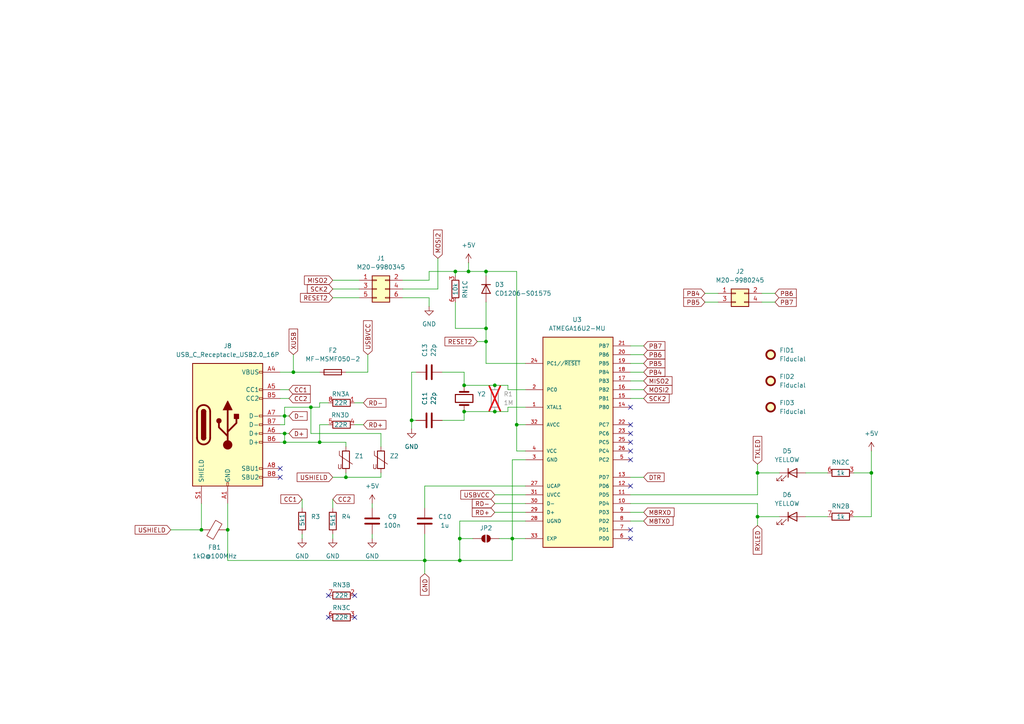
<source format=kicad_sch>
(kicad_sch
	(version 20250114)
	(generator "eeschema")
	(generator_version "9.0")
	(uuid "a569fb01-6252-4b3a-9dcb-3675b5ce6f3f")
	(paper "A4")
	(title_block
		(title "Arduino UNO (Type-C)")
		(date "2026-02-24")
		(rev "1")
		(company "Arnav Bhandari")
	)
	(lib_symbols
		(symbol "Arduino UNO:ATMEGA16U2-MU"
			(pin_names
				(offset 1.016)
			)
			(exclude_from_sim no)
			(in_bom yes)
			(on_board yes)
			(property "Reference" "U"
				(at -0.0097 62.0087 0)
				(effects
					(font
						(size 1.27 1.27)
					)
					(justify left bottom)
				)
			)
			(property "Value" "ATMEGA16U2-MU"
				(at 0 -2.286 0)
				(effects
					(font
						(size 1.27 1.27)
					)
					(justify left bottom)
				)
			)
			(property "Footprint" "Package_DFN_QFN:VQFN-32-1EP_5x5mm_P0.5mm_EP3.1x3.1mm"
				(at 10.922 -5.08 0)
				(effects
					(font
						(size 1.27 1.27)
					)
					(justify bottom)
					(hide yes)
				)
			)
			(property "Datasheet" ""
				(at 10.16 27.94 0)
				(effects
					(font
						(size 1.27 1.27)
					)
					(hide yes)
				)
			)
			(property "Description" ""
				(at 10.16 27.94 0)
				(effects
					(font
						(size 1.27 1.27)
					)
					(hide yes)
				)
			)
			(property "MANUFACTURER" "Atmel"
				(at 9.398 61.722 0)
				(effects
					(font
						(size 1.27 1.27)
					)
					(justify bottom)
					(hide yes)
				)
			)
			(symbol "ATMEGA16U2-MU_0_0"
				(rectangle
					(start 0 60.96)
					(end 20.32 0)
					(stroke
						(width 0.254)
						(type default)
					)
					(fill
						(type background)
					)
				)
				(pin bidirectional line
					(at -5.08 53.34 0)
					(length 5.08)
					(name "PC1//~{RESET}"
						(effects
							(font
								(size 1.016 1.016)
							)
						)
					)
					(number "24"
						(effects
							(font
								(size 1.016 1.016)
							)
						)
					)
				)
				(pin bidirectional line
					(at -5.08 45.72 0)
					(length 5.08)
					(name "PC0"
						(effects
							(font
								(size 1.016 1.016)
							)
						)
					)
					(number "2"
						(effects
							(font
								(size 1.016 1.016)
							)
						)
					)
				)
				(pin input line
					(at -5.08 40.64 0)
					(length 5.08)
					(name "XTAL1"
						(effects
							(font
								(size 1.016 1.016)
							)
						)
					)
					(number "1"
						(effects
							(font
								(size 1.016 1.016)
							)
						)
					)
				)
				(pin power_in line
					(at -5.08 35.56 0)
					(length 5.08)
					(name "AVCC"
						(effects
							(font
								(size 1.016 1.016)
							)
						)
					)
					(number "32"
						(effects
							(font
								(size 1.016 1.016)
							)
						)
					)
				)
				(pin power_in line
					(at -5.08 27.94 0)
					(length 5.08)
					(name "VCC"
						(effects
							(font
								(size 1.016 1.016)
							)
						)
					)
					(number "4"
						(effects
							(font
								(size 1.016 1.016)
							)
						)
					)
				)
				(pin power_in line
					(at -5.08 25.4 0)
					(length 5.08)
					(name "GND"
						(effects
							(font
								(size 1.016 1.016)
							)
						)
					)
					(number "3"
						(effects
							(font
								(size 1.016 1.016)
							)
						)
					)
				)
				(pin output line
					(at -5.08 17.78 0)
					(length 5.08)
					(name "UCAP"
						(effects
							(font
								(size 1.016 1.016)
							)
						)
					)
					(number "27"
						(effects
							(font
								(size 1.016 1.016)
							)
						)
					)
				)
				(pin power_in line
					(at -5.08 15.24 0)
					(length 5.08)
					(name "UVCC"
						(effects
							(font
								(size 1.016 1.016)
							)
						)
					)
					(number "31"
						(effects
							(font
								(size 1.016 1.016)
							)
						)
					)
				)
				(pin bidirectional line
					(at -5.08 12.7 0)
					(length 5.08)
					(name "D-"
						(effects
							(font
								(size 1.016 1.016)
							)
						)
					)
					(number "30"
						(effects
							(font
								(size 1.016 1.016)
							)
						)
					)
				)
				(pin bidirectional line
					(at -5.08 10.16 0)
					(length 5.08)
					(name "D+"
						(effects
							(font
								(size 1.016 1.016)
							)
						)
					)
					(number "29"
						(effects
							(font
								(size 1.016 1.016)
							)
						)
					)
				)
				(pin power_in line
					(at -5.08 7.62 0)
					(length 5.08)
					(name "UGND"
						(effects
							(font
								(size 1.016 1.016)
							)
						)
					)
					(number "28"
						(effects
							(font
								(size 1.016 1.016)
							)
						)
					)
				)
				(pin power_in line
					(at -5.08 2.54 0)
					(length 5.08)
					(name "EXP"
						(effects
							(font
								(size 1.016 1.016)
							)
						)
					)
					(number "33"
						(effects
							(font
								(size 1.016 1.016)
							)
						)
					)
				)
				(pin bidirectional line
					(at 25.4 58.42 180)
					(length 5.08)
					(name "PB7"
						(effects
							(font
								(size 1.016 1.016)
							)
						)
					)
					(number "21"
						(effects
							(font
								(size 1.016 1.016)
							)
						)
					)
				)
				(pin bidirectional line
					(at 25.4 55.88 180)
					(length 5.08)
					(name "PB6"
						(effects
							(font
								(size 1.016 1.016)
							)
						)
					)
					(number "20"
						(effects
							(font
								(size 1.016 1.016)
							)
						)
					)
				)
				(pin bidirectional line
					(at 25.4 53.34 180)
					(length 5.08)
					(name "PB5"
						(effects
							(font
								(size 1.016 1.016)
							)
						)
					)
					(number "19"
						(effects
							(font
								(size 1.016 1.016)
							)
						)
					)
				)
				(pin bidirectional line
					(at 25.4 50.8 180)
					(length 5.08)
					(name "PB4"
						(effects
							(font
								(size 1.016 1.016)
							)
						)
					)
					(number "18"
						(effects
							(font
								(size 1.016 1.016)
							)
						)
					)
				)
				(pin bidirectional line
					(at 25.4 48.26 180)
					(length 5.08)
					(name "PB3"
						(effects
							(font
								(size 1.016 1.016)
							)
						)
					)
					(number "17"
						(effects
							(font
								(size 1.016 1.016)
							)
						)
					)
				)
				(pin bidirectional line
					(at 25.4 45.72 180)
					(length 5.08)
					(name "PB2"
						(effects
							(font
								(size 1.016 1.016)
							)
						)
					)
					(number "16"
						(effects
							(font
								(size 1.016 1.016)
							)
						)
					)
				)
				(pin bidirectional line
					(at 25.4 43.18 180)
					(length 5.08)
					(name "PB1"
						(effects
							(font
								(size 1.016 1.016)
							)
						)
					)
					(number "15"
						(effects
							(font
								(size 1.016 1.016)
							)
						)
					)
				)
				(pin bidirectional line
					(at 25.4 40.64 180)
					(length 5.08)
					(name "PB0"
						(effects
							(font
								(size 1.016 1.016)
							)
						)
					)
					(number "14"
						(effects
							(font
								(size 1.016 1.016)
							)
						)
					)
				)
				(pin bidirectional line
					(at 25.4 35.56 180)
					(length 5.08)
					(name "PC7"
						(effects
							(font
								(size 1.016 1.016)
							)
						)
					)
					(number "22"
						(effects
							(font
								(size 1.016 1.016)
							)
						)
					)
				)
				(pin bidirectional line
					(at 25.4 33.02 180)
					(length 5.08)
					(name "PC6"
						(effects
							(font
								(size 1.016 1.016)
							)
						)
					)
					(number "23"
						(effects
							(font
								(size 1.016 1.016)
							)
						)
					)
				)
				(pin bidirectional line
					(at 25.4 30.48 180)
					(length 5.08)
					(name "PC5"
						(effects
							(font
								(size 1.016 1.016)
							)
						)
					)
					(number "25"
						(effects
							(font
								(size 1.016 1.016)
							)
						)
					)
				)
				(pin bidirectional line
					(at 25.4 27.94 180)
					(length 5.08)
					(name "PC4"
						(effects
							(font
								(size 1.016 1.016)
							)
						)
					)
					(number "26"
						(effects
							(font
								(size 1.016 1.016)
							)
						)
					)
				)
				(pin bidirectional line
					(at 25.4 25.4 180)
					(length 5.08)
					(name "PC2"
						(effects
							(font
								(size 1.016 1.016)
							)
						)
					)
					(number "5"
						(effects
							(font
								(size 1.016 1.016)
							)
						)
					)
				)
				(pin bidirectional line
					(at 25.4 20.32 180)
					(length 5.08)
					(name "PD7"
						(effects
							(font
								(size 1.016 1.016)
							)
						)
					)
					(number "13"
						(effects
							(font
								(size 1.016 1.016)
							)
						)
					)
				)
				(pin bidirectional line
					(at 25.4 17.78 180)
					(length 5.08)
					(name "PD6"
						(effects
							(font
								(size 1.016 1.016)
							)
						)
					)
					(number "12"
						(effects
							(font
								(size 1.016 1.016)
							)
						)
					)
				)
				(pin bidirectional line
					(at 25.4 15.24 180)
					(length 5.08)
					(name "PD5"
						(effects
							(font
								(size 1.016 1.016)
							)
						)
					)
					(number "11"
						(effects
							(font
								(size 1.016 1.016)
							)
						)
					)
				)
				(pin bidirectional line
					(at 25.4 12.7 180)
					(length 5.08)
					(name "PD4"
						(effects
							(font
								(size 1.016 1.016)
							)
						)
					)
					(number "10"
						(effects
							(font
								(size 1.016 1.016)
							)
						)
					)
				)
				(pin bidirectional line
					(at 25.4 10.16 180)
					(length 5.08)
					(name "PD3"
						(effects
							(font
								(size 1.016 1.016)
							)
						)
					)
					(number "9"
						(effects
							(font
								(size 1.016 1.016)
							)
						)
					)
				)
				(pin bidirectional line
					(at 25.4 7.62 180)
					(length 5.08)
					(name "PD2"
						(effects
							(font
								(size 1.016 1.016)
							)
						)
					)
					(number "8"
						(effects
							(font
								(size 1.016 1.016)
							)
						)
					)
				)
				(pin bidirectional line
					(at 25.4 5.08 180)
					(length 5.08)
					(name "PD1"
						(effects
							(font
								(size 1.016 1.016)
							)
						)
					)
					(number "7"
						(effects
							(font
								(size 1.016 1.016)
							)
						)
					)
				)
				(pin bidirectional line
					(at 25.4 2.54 180)
					(length 5.08)
					(name "PD0"
						(effects
							(font
								(size 1.016 1.016)
							)
						)
					)
					(number "6"
						(effects
							(font
								(size 1.016 1.016)
							)
						)
					)
				)
			)
			(embedded_fonts no)
		)
		(symbol "Connector:USB_C_Receptacle_USB2.0_16P"
			(pin_names
				(offset 1.016)
			)
			(exclude_from_sim no)
			(in_bom yes)
			(on_board yes)
			(property "Reference" "J"
				(at 0 22.225 0)
				(effects
					(font
						(size 1.27 1.27)
					)
				)
			)
			(property "Value" "USB_C_Receptacle_USB2.0_16P"
				(at 0 19.685 0)
				(effects
					(font
						(size 1.27 1.27)
					)
				)
			)
			(property "Footprint" ""
				(at 3.81 0 0)
				(effects
					(font
						(size 1.27 1.27)
					)
					(hide yes)
				)
			)
			(property "Datasheet" "https://www.usb.org/sites/default/files/documents/usb_type-c.zip"
				(at 3.81 0 0)
				(effects
					(font
						(size 1.27 1.27)
					)
					(hide yes)
				)
			)
			(property "Description" "USB 2.0-only 16P Type-C Receptacle connector"
				(at 0 0 0)
				(effects
					(font
						(size 1.27 1.27)
					)
					(hide yes)
				)
			)
			(property "ki_keywords" "usb universal serial bus type-C USB2.0"
				(at 0 0 0)
				(effects
					(font
						(size 1.27 1.27)
					)
					(hide yes)
				)
			)
			(property "ki_fp_filters" "USB*C*Receptacle*"
				(at 0 0 0)
				(effects
					(font
						(size 1.27 1.27)
					)
					(hide yes)
				)
			)
			(symbol "USB_C_Receptacle_USB2.0_16P_0_0"
				(rectangle
					(start -0.254 -17.78)
					(end 0.254 -16.764)
					(stroke
						(width 0)
						(type default)
					)
					(fill
						(type none)
					)
				)
				(rectangle
					(start 10.16 15.494)
					(end 9.144 14.986)
					(stroke
						(width 0)
						(type default)
					)
					(fill
						(type none)
					)
				)
				(rectangle
					(start 10.16 10.414)
					(end 9.144 9.906)
					(stroke
						(width 0)
						(type default)
					)
					(fill
						(type none)
					)
				)
				(rectangle
					(start 10.16 7.874)
					(end 9.144 7.366)
					(stroke
						(width 0)
						(type default)
					)
					(fill
						(type none)
					)
				)
				(rectangle
					(start 10.16 2.794)
					(end 9.144 2.286)
					(stroke
						(width 0)
						(type default)
					)
					(fill
						(type none)
					)
				)
				(rectangle
					(start 10.16 0.254)
					(end 9.144 -0.254)
					(stroke
						(width 0)
						(type default)
					)
					(fill
						(type none)
					)
				)
				(rectangle
					(start 10.16 -2.286)
					(end 9.144 -2.794)
					(stroke
						(width 0)
						(type default)
					)
					(fill
						(type none)
					)
				)
				(rectangle
					(start 10.16 -4.826)
					(end 9.144 -5.334)
					(stroke
						(width 0)
						(type default)
					)
					(fill
						(type none)
					)
				)
				(rectangle
					(start 10.16 -12.446)
					(end 9.144 -12.954)
					(stroke
						(width 0)
						(type default)
					)
					(fill
						(type none)
					)
				)
				(rectangle
					(start 10.16 -14.986)
					(end 9.144 -15.494)
					(stroke
						(width 0)
						(type default)
					)
					(fill
						(type none)
					)
				)
			)
			(symbol "USB_C_Receptacle_USB2.0_16P_0_1"
				(rectangle
					(start -10.16 17.78)
					(end 10.16 -17.78)
					(stroke
						(width 0.254)
						(type default)
					)
					(fill
						(type background)
					)
				)
				(polyline
					(pts
						(xy -8.89 -3.81) (xy -8.89 3.81)
					)
					(stroke
						(width 0.508)
						(type default)
					)
					(fill
						(type none)
					)
				)
				(rectangle
					(start -7.62 -3.81)
					(end -6.35 3.81)
					(stroke
						(width 0.254)
						(type default)
					)
					(fill
						(type outline)
					)
				)
				(arc
					(start -7.62 3.81)
					(mid -6.985 4.4423)
					(end -6.35 3.81)
					(stroke
						(width 0.254)
						(type default)
					)
					(fill
						(type none)
					)
				)
				(arc
					(start -7.62 3.81)
					(mid -6.985 4.4423)
					(end -6.35 3.81)
					(stroke
						(width 0.254)
						(type default)
					)
					(fill
						(type outline)
					)
				)
				(arc
					(start -8.89 3.81)
					(mid -6.985 5.7067)
					(end -5.08 3.81)
					(stroke
						(width 0.508)
						(type default)
					)
					(fill
						(type none)
					)
				)
				(arc
					(start -5.08 -3.81)
					(mid -6.985 -5.7067)
					(end -8.89 -3.81)
					(stroke
						(width 0.508)
						(type default)
					)
					(fill
						(type none)
					)
				)
				(arc
					(start -6.35 -3.81)
					(mid -6.985 -4.4423)
					(end -7.62 -3.81)
					(stroke
						(width 0.254)
						(type default)
					)
					(fill
						(type none)
					)
				)
				(arc
					(start -6.35 -3.81)
					(mid -6.985 -4.4423)
					(end -7.62 -3.81)
					(stroke
						(width 0.254)
						(type default)
					)
					(fill
						(type outline)
					)
				)
				(polyline
					(pts
						(xy -5.08 3.81) (xy -5.08 -3.81)
					)
					(stroke
						(width 0.508)
						(type default)
					)
					(fill
						(type none)
					)
				)
				(circle
					(center -2.54 1.143)
					(radius 0.635)
					(stroke
						(width 0.254)
						(type default)
					)
					(fill
						(type outline)
					)
				)
				(polyline
					(pts
						(xy -1.27 4.318) (xy 0 6.858) (xy 1.27 4.318) (xy -1.27 4.318)
					)
					(stroke
						(width 0.254)
						(type default)
					)
					(fill
						(type outline)
					)
				)
				(polyline
					(pts
						(xy 0 -2.032) (xy 2.54 0.508) (xy 2.54 1.778)
					)
					(stroke
						(width 0.508)
						(type default)
					)
					(fill
						(type none)
					)
				)
				(polyline
					(pts
						(xy 0 -3.302) (xy -2.54 -0.762) (xy -2.54 0.508)
					)
					(stroke
						(width 0.508)
						(type default)
					)
					(fill
						(type none)
					)
				)
				(polyline
					(pts
						(xy 0 -5.842) (xy 0 4.318)
					)
					(stroke
						(width 0.508)
						(type default)
					)
					(fill
						(type none)
					)
				)
				(circle
					(center 0 -5.842)
					(radius 1.27)
					(stroke
						(width 0)
						(type default)
					)
					(fill
						(type outline)
					)
				)
				(rectangle
					(start 1.905 1.778)
					(end 3.175 3.048)
					(stroke
						(width 0.254)
						(type default)
					)
					(fill
						(type outline)
					)
				)
			)
			(symbol "USB_C_Receptacle_USB2.0_16P_1_1"
				(pin passive line
					(at -7.62 -22.86 90)
					(length 5.08)
					(name "SHIELD"
						(effects
							(font
								(size 1.27 1.27)
							)
						)
					)
					(number "S1"
						(effects
							(font
								(size 1.27 1.27)
							)
						)
					)
				)
				(pin passive line
					(at 0 -22.86 90)
					(length 5.08)
					(name "GND"
						(effects
							(font
								(size 1.27 1.27)
							)
						)
					)
					(number "A1"
						(effects
							(font
								(size 1.27 1.27)
							)
						)
					)
				)
				(pin passive line
					(at 0 -22.86 90)
					(length 5.08)
					(hide yes)
					(name "GND"
						(effects
							(font
								(size 1.27 1.27)
							)
						)
					)
					(number "A12"
						(effects
							(font
								(size 1.27 1.27)
							)
						)
					)
				)
				(pin passive line
					(at 0 -22.86 90)
					(length 5.08)
					(hide yes)
					(name "GND"
						(effects
							(font
								(size 1.27 1.27)
							)
						)
					)
					(number "B1"
						(effects
							(font
								(size 1.27 1.27)
							)
						)
					)
				)
				(pin passive line
					(at 0 -22.86 90)
					(length 5.08)
					(hide yes)
					(name "GND"
						(effects
							(font
								(size 1.27 1.27)
							)
						)
					)
					(number "B12"
						(effects
							(font
								(size 1.27 1.27)
							)
						)
					)
				)
				(pin passive line
					(at 15.24 15.24 180)
					(length 5.08)
					(name "VBUS"
						(effects
							(font
								(size 1.27 1.27)
							)
						)
					)
					(number "A4"
						(effects
							(font
								(size 1.27 1.27)
							)
						)
					)
				)
				(pin passive line
					(at 15.24 15.24 180)
					(length 5.08)
					(hide yes)
					(name "VBUS"
						(effects
							(font
								(size 1.27 1.27)
							)
						)
					)
					(number "A9"
						(effects
							(font
								(size 1.27 1.27)
							)
						)
					)
				)
				(pin passive line
					(at 15.24 15.24 180)
					(length 5.08)
					(hide yes)
					(name "VBUS"
						(effects
							(font
								(size 1.27 1.27)
							)
						)
					)
					(number "B4"
						(effects
							(font
								(size 1.27 1.27)
							)
						)
					)
				)
				(pin passive line
					(at 15.24 15.24 180)
					(length 5.08)
					(hide yes)
					(name "VBUS"
						(effects
							(font
								(size 1.27 1.27)
							)
						)
					)
					(number "B9"
						(effects
							(font
								(size 1.27 1.27)
							)
						)
					)
				)
				(pin bidirectional line
					(at 15.24 10.16 180)
					(length 5.08)
					(name "CC1"
						(effects
							(font
								(size 1.27 1.27)
							)
						)
					)
					(number "A5"
						(effects
							(font
								(size 1.27 1.27)
							)
						)
					)
				)
				(pin bidirectional line
					(at 15.24 7.62 180)
					(length 5.08)
					(name "CC2"
						(effects
							(font
								(size 1.27 1.27)
							)
						)
					)
					(number "B5"
						(effects
							(font
								(size 1.27 1.27)
							)
						)
					)
				)
				(pin bidirectional line
					(at 15.24 2.54 180)
					(length 5.08)
					(name "D-"
						(effects
							(font
								(size 1.27 1.27)
							)
						)
					)
					(number "A7"
						(effects
							(font
								(size 1.27 1.27)
							)
						)
					)
				)
				(pin bidirectional line
					(at 15.24 0 180)
					(length 5.08)
					(name "D-"
						(effects
							(font
								(size 1.27 1.27)
							)
						)
					)
					(number "B7"
						(effects
							(font
								(size 1.27 1.27)
							)
						)
					)
				)
				(pin bidirectional line
					(at 15.24 -2.54 180)
					(length 5.08)
					(name "D+"
						(effects
							(font
								(size 1.27 1.27)
							)
						)
					)
					(number "A6"
						(effects
							(font
								(size 1.27 1.27)
							)
						)
					)
				)
				(pin bidirectional line
					(at 15.24 -5.08 180)
					(length 5.08)
					(name "D+"
						(effects
							(font
								(size 1.27 1.27)
							)
						)
					)
					(number "B6"
						(effects
							(font
								(size 1.27 1.27)
							)
						)
					)
				)
				(pin bidirectional line
					(at 15.24 -12.7 180)
					(length 5.08)
					(name "SBU1"
						(effects
							(font
								(size 1.27 1.27)
							)
						)
					)
					(number "A8"
						(effects
							(font
								(size 1.27 1.27)
							)
						)
					)
				)
				(pin bidirectional line
					(at 15.24 -15.24 180)
					(length 5.08)
					(name "SBU2"
						(effects
							(font
								(size 1.27 1.27)
							)
						)
					)
					(number "B8"
						(effects
							(font
								(size 1.27 1.27)
							)
						)
					)
				)
			)
			(embedded_fonts no)
		)
		(symbol "Connector_Generic:Conn_02x02_Odd_Even"
			(pin_names
				(offset 1.016)
				(hide yes)
			)
			(exclude_from_sim no)
			(in_bom yes)
			(on_board yes)
			(property "Reference" "J"
				(at 1.27 2.54 0)
				(effects
					(font
						(size 1.27 1.27)
					)
				)
			)
			(property "Value" "Conn_02x02_Odd_Even"
				(at 1.27 -5.08 0)
				(effects
					(font
						(size 1.27 1.27)
					)
				)
			)
			(property "Footprint" ""
				(at 0 0 0)
				(effects
					(font
						(size 1.27 1.27)
					)
					(hide yes)
				)
			)
			(property "Datasheet" "~"
				(at 0 0 0)
				(effects
					(font
						(size 1.27 1.27)
					)
					(hide yes)
				)
			)
			(property "Description" "Generic connector, double row, 02x02, odd/even pin numbering scheme (row 1 odd numbers, row 2 even numbers), script generated (kicad-library-utils/schlib/autogen/connector/)"
				(at 0 0 0)
				(effects
					(font
						(size 1.27 1.27)
					)
					(hide yes)
				)
			)
			(property "ki_keywords" "connector"
				(at 0 0 0)
				(effects
					(font
						(size 1.27 1.27)
					)
					(hide yes)
				)
			)
			(property "ki_fp_filters" "Connector*:*_2x??_*"
				(at 0 0 0)
				(effects
					(font
						(size 1.27 1.27)
					)
					(hide yes)
				)
			)
			(symbol "Conn_02x02_Odd_Even_1_1"
				(rectangle
					(start -1.27 1.27)
					(end 3.81 -3.81)
					(stroke
						(width 0.254)
						(type default)
					)
					(fill
						(type background)
					)
				)
				(rectangle
					(start -1.27 0.127)
					(end 0 -0.127)
					(stroke
						(width 0.1524)
						(type default)
					)
					(fill
						(type none)
					)
				)
				(rectangle
					(start -1.27 -2.413)
					(end 0 -2.667)
					(stroke
						(width 0.1524)
						(type default)
					)
					(fill
						(type none)
					)
				)
				(rectangle
					(start 3.81 0.127)
					(end 2.54 -0.127)
					(stroke
						(width 0.1524)
						(type default)
					)
					(fill
						(type none)
					)
				)
				(rectangle
					(start 3.81 -2.413)
					(end 2.54 -2.667)
					(stroke
						(width 0.1524)
						(type default)
					)
					(fill
						(type none)
					)
				)
				(pin passive line
					(at -5.08 0 0)
					(length 3.81)
					(name "Pin_1"
						(effects
							(font
								(size 1.27 1.27)
							)
						)
					)
					(number "1"
						(effects
							(font
								(size 1.27 1.27)
							)
						)
					)
				)
				(pin passive line
					(at -5.08 -2.54 0)
					(length 3.81)
					(name "Pin_3"
						(effects
							(font
								(size 1.27 1.27)
							)
						)
					)
					(number "3"
						(effects
							(font
								(size 1.27 1.27)
							)
						)
					)
				)
				(pin passive line
					(at 7.62 0 180)
					(length 3.81)
					(name "Pin_2"
						(effects
							(font
								(size 1.27 1.27)
							)
						)
					)
					(number "2"
						(effects
							(font
								(size 1.27 1.27)
							)
						)
					)
				)
				(pin passive line
					(at 7.62 -2.54 180)
					(length 3.81)
					(name "Pin_4"
						(effects
							(font
								(size 1.27 1.27)
							)
						)
					)
					(number "4"
						(effects
							(font
								(size 1.27 1.27)
							)
						)
					)
				)
			)
			(embedded_fonts no)
		)
		(symbol "Connector_Generic:Conn_02x03_Odd_Even"
			(pin_names
				(offset 1.016)
				(hide yes)
			)
			(exclude_from_sim no)
			(in_bom yes)
			(on_board yes)
			(property "Reference" "J"
				(at 1.27 5.08 0)
				(effects
					(font
						(size 1.27 1.27)
					)
				)
			)
			(property "Value" "Conn_02x03_Odd_Even"
				(at 1.27 -5.08 0)
				(effects
					(font
						(size 1.27 1.27)
					)
				)
			)
			(property "Footprint" ""
				(at 0 0 0)
				(effects
					(font
						(size 1.27 1.27)
					)
					(hide yes)
				)
			)
			(property "Datasheet" "~"
				(at 0 0 0)
				(effects
					(font
						(size 1.27 1.27)
					)
					(hide yes)
				)
			)
			(property "Description" "Generic connector, double row, 02x03, odd/even pin numbering scheme (row 1 odd numbers, row 2 even numbers), script generated (kicad-library-utils/schlib/autogen/connector/)"
				(at 0 0 0)
				(effects
					(font
						(size 1.27 1.27)
					)
					(hide yes)
				)
			)
			(property "ki_keywords" "connector"
				(at 0 0 0)
				(effects
					(font
						(size 1.27 1.27)
					)
					(hide yes)
				)
			)
			(property "ki_fp_filters" "Connector*:*_2x??_*"
				(at 0 0 0)
				(effects
					(font
						(size 1.27 1.27)
					)
					(hide yes)
				)
			)
			(symbol "Conn_02x03_Odd_Even_1_1"
				(rectangle
					(start -1.27 3.81)
					(end 3.81 -3.81)
					(stroke
						(width 0.254)
						(type default)
					)
					(fill
						(type background)
					)
				)
				(rectangle
					(start -1.27 2.667)
					(end 0 2.413)
					(stroke
						(width 0.1524)
						(type default)
					)
					(fill
						(type none)
					)
				)
				(rectangle
					(start -1.27 0.127)
					(end 0 -0.127)
					(stroke
						(width 0.1524)
						(type default)
					)
					(fill
						(type none)
					)
				)
				(rectangle
					(start -1.27 -2.413)
					(end 0 -2.667)
					(stroke
						(width 0.1524)
						(type default)
					)
					(fill
						(type none)
					)
				)
				(rectangle
					(start 3.81 2.667)
					(end 2.54 2.413)
					(stroke
						(width 0.1524)
						(type default)
					)
					(fill
						(type none)
					)
				)
				(rectangle
					(start 3.81 0.127)
					(end 2.54 -0.127)
					(stroke
						(width 0.1524)
						(type default)
					)
					(fill
						(type none)
					)
				)
				(rectangle
					(start 3.81 -2.413)
					(end 2.54 -2.667)
					(stroke
						(width 0.1524)
						(type default)
					)
					(fill
						(type none)
					)
				)
				(pin passive line
					(at -5.08 2.54 0)
					(length 3.81)
					(name "Pin_1"
						(effects
							(font
								(size 1.27 1.27)
							)
						)
					)
					(number "1"
						(effects
							(font
								(size 1.27 1.27)
							)
						)
					)
				)
				(pin passive line
					(at -5.08 0 0)
					(length 3.81)
					(name "Pin_3"
						(effects
							(font
								(size 1.27 1.27)
							)
						)
					)
					(number "3"
						(effects
							(font
								(size 1.27 1.27)
							)
						)
					)
				)
				(pin passive line
					(at -5.08 -2.54 0)
					(length 3.81)
					(name "Pin_5"
						(effects
							(font
								(size 1.27 1.27)
							)
						)
					)
					(number "5"
						(effects
							(font
								(size 1.27 1.27)
							)
						)
					)
				)
				(pin passive line
					(at 7.62 2.54 180)
					(length 3.81)
					(name "Pin_2"
						(effects
							(font
								(size 1.27 1.27)
							)
						)
					)
					(number "2"
						(effects
							(font
								(size 1.27 1.27)
							)
						)
					)
				)
				(pin passive line
					(at 7.62 0 180)
					(length 3.81)
					(name "Pin_4"
						(effects
							(font
								(size 1.27 1.27)
							)
						)
					)
					(number "4"
						(effects
							(font
								(size 1.27 1.27)
							)
						)
					)
				)
				(pin passive line
					(at 7.62 -2.54 180)
					(length 3.81)
					(name "Pin_6"
						(effects
							(font
								(size 1.27 1.27)
							)
						)
					)
					(number "6"
						(effects
							(font
								(size 1.27 1.27)
							)
						)
					)
				)
			)
			(embedded_fonts no)
		)
		(symbol "Device:C"
			(pin_numbers
				(hide yes)
			)
			(pin_names
				(offset 0.254)
			)
			(exclude_from_sim no)
			(in_bom yes)
			(on_board yes)
			(property "Reference" "C"
				(at 0.635 2.54 0)
				(effects
					(font
						(size 1.27 1.27)
					)
					(justify left)
				)
			)
			(property "Value" "C"
				(at 0.635 -2.54 0)
				(effects
					(font
						(size 1.27 1.27)
					)
					(justify left)
				)
			)
			(property "Footprint" ""
				(at 0.9652 -3.81 0)
				(effects
					(font
						(size 1.27 1.27)
					)
					(hide yes)
				)
			)
			(property "Datasheet" "~"
				(at 0 0 0)
				(effects
					(font
						(size 1.27 1.27)
					)
					(hide yes)
				)
			)
			(property "Description" "Unpolarized capacitor"
				(at 0 0 0)
				(effects
					(font
						(size 1.27 1.27)
					)
					(hide yes)
				)
			)
			(property "ki_keywords" "cap capacitor"
				(at 0 0 0)
				(effects
					(font
						(size 1.27 1.27)
					)
					(hide yes)
				)
			)
			(property "ki_fp_filters" "C_*"
				(at 0 0 0)
				(effects
					(font
						(size 1.27 1.27)
					)
					(hide yes)
				)
			)
			(symbol "C_0_1"
				(polyline
					(pts
						(xy -2.032 0.762) (xy 2.032 0.762)
					)
					(stroke
						(width 0.508)
						(type default)
					)
					(fill
						(type none)
					)
				)
				(polyline
					(pts
						(xy -2.032 -0.762) (xy 2.032 -0.762)
					)
					(stroke
						(width 0.508)
						(type default)
					)
					(fill
						(type none)
					)
				)
			)
			(symbol "C_1_1"
				(pin passive line
					(at 0 3.81 270)
					(length 2.794)
					(name "~"
						(effects
							(font
								(size 1.27 1.27)
							)
						)
					)
					(number "1"
						(effects
							(font
								(size 1.27 1.27)
							)
						)
					)
				)
				(pin passive line
					(at 0 -3.81 90)
					(length 2.794)
					(name "~"
						(effects
							(font
								(size 1.27 1.27)
							)
						)
					)
					(number "2"
						(effects
							(font
								(size 1.27 1.27)
							)
						)
					)
				)
			)
			(embedded_fonts no)
		)
		(symbol "Device:Crystal"
			(pin_numbers
				(hide yes)
			)
			(pin_names
				(offset 1.016)
				(hide yes)
			)
			(exclude_from_sim no)
			(in_bom yes)
			(on_board yes)
			(property "Reference" "Y"
				(at 0 3.81 0)
				(effects
					(font
						(size 1.27 1.27)
					)
				)
			)
			(property "Value" "Crystal"
				(at 0 -3.81 0)
				(effects
					(font
						(size 1.27 1.27)
					)
				)
			)
			(property "Footprint" ""
				(at 0 0 0)
				(effects
					(font
						(size 1.27 1.27)
					)
					(hide yes)
				)
			)
			(property "Datasheet" "~"
				(at 0 0 0)
				(effects
					(font
						(size 1.27 1.27)
					)
					(hide yes)
				)
			)
			(property "Description" "Two pin crystal"
				(at 0 0 0)
				(effects
					(font
						(size 1.27 1.27)
					)
					(hide yes)
				)
			)
			(property "ki_keywords" "quartz ceramic resonator oscillator"
				(at 0 0 0)
				(effects
					(font
						(size 1.27 1.27)
					)
					(hide yes)
				)
			)
			(property "ki_fp_filters" "Crystal*"
				(at 0 0 0)
				(effects
					(font
						(size 1.27 1.27)
					)
					(hide yes)
				)
			)
			(symbol "Crystal_0_1"
				(polyline
					(pts
						(xy -2.54 0) (xy -1.905 0)
					)
					(stroke
						(width 0)
						(type default)
					)
					(fill
						(type none)
					)
				)
				(polyline
					(pts
						(xy -1.905 -1.27) (xy -1.905 1.27)
					)
					(stroke
						(width 0.508)
						(type default)
					)
					(fill
						(type none)
					)
				)
				(rectangle
					(start -1.143 2.54)
					(end 1.143 -2.54)
					(stroke
						(width 0.3048)
						(type default)
					)
					(fill
						(type none)
					)
				)
				(polyline
					(pts
						(xy 1.905 -1.27) (xy 1.905 1.27)
					)
					(stroke
						(width 0.508)
						(type default)
					)
					(fill
						(type none)
					)
				)
				(polyline
					(pts
						(xy 2.54 0) (xy 1.905 0)
					)
					(stroke
						(width 0)
						(type default)
					)
					(fill
						(type none)
					)
				)
			)
			(symbol "Crystal_1_1"
				(pin passive line
					(at -3.81 0 0)
					(length 1.27)
					(name "1"
						(effects
							(font
								(size 1.27 1.27)
							)
						)
					)
					(number "1"
						(effects
							(font
								(size 1.27 1.27)
							)
						)
					)
				)
				(pin passive line
					(at 3.81 0 180)
					(length 1.27)
					(name "2"
						(effects
							(font
								(size 1.27 1.27)
							)
						)
					)
					(number "2"
						(effects
							(font
								(size 1.27 1.27)
							)
						)
					)
				)
			)
			(embedded_fonts no)
		)
		(symbol "Device:D"
			(pin_numbers
				(hide yes)
			)
			(pin_names
				(offset 1.016)
				(hide yes)
			)
			(exclude_from_sim no)
			(in_bom yes)
			(on_board yes)
			(property "Reference" "D"
				(at 0 2.54 0)
				(effects
					(font
						(size 1.27 1.27)
					)
				)
			)
			(property "Value" "D"
				(at 0 -2.54 0)
				(effects
					(font
						(size 1.27 1.27)
					)
				)
			)
			(property "Footprint" ""
				(at 0 0 0)
				(effects
					(font
						(size 1.27 1.27)
					)
					(hide yes)
				)
			)
			(property "Datasheet" "~"
				(at 0 0 0)
				(effects
					(font
						(size 1.27 1.27)
					)
					(hide yes)
				)
			)
			(property "Description" "Diode"
				(at 0 0 0)
				(effects
					(font
						(size 1.27 1.27)
					)
					(hide yes)
				)
			)
			(property "Sim.Device" "D"
				(at 0 0 0)
				(effects
					(font
						(size 1.27 1.27)
					)
					(hide yes)
				)
			)
			(property "Sim.Pins" "1=K 2=A"
				(at 0 0 0)
				(effects
					(font
						(size 1.27 1.27)
					)
					(hide yes)
				)
			)
			(property "ki_keywords" "diode"
				(at 0 0 0)
				(effects
					(font
						(size 1.27 1.27)
					)
					(hide yes)
				)
			)
			(property "ki_fp_filters" "TO-???* *_Diode_* *SingleDiode* D_*"
				(at 0 0 0)
				(effects
					(font
						(size 1.27 1.27)
					)
					(hide yes)
				)
			)
			(symbol "D_0_1"
				(polyline
					(pts
						(xy -1.27 1.27) (xy -1.27 -1.27)
					)
					(stroke
						(width 0.254)
						(type default)
					)
					(fill
						(type none)
					)
				)
				(polyline
					(pts
						(xy 1.27 1.27) (xy 1.27 -1.27) (xy -1.27 0) (xy 1.27 1.27)
					)
					(stroke
						(width 0.254)
						(type default)
					)
					(fill
						(type none)
					)
				)
				(polyline
					(pts
						(xy 1.27 0) (xy -1.27 0)
					)
					(stroke
						(width 0)
						(type default)
					)
					(fill
						(type none)
					)
				)
			)
			(symbol "D_1_1"
				(pin passive line
					(at -3.81 0 0)
					(length 2.54)
					(name "K"
						(effects
							(font
								(size 1.27 1.27)
							)
						)
					)
					(number "1"
						(effects
							(font
								(size 1.27 1.27)
							)
						)
					)
				)
				(pin passive line
					(at 3.81 0 180)
					(length 2.54)
					(name "A"
						(effects
							(font
								(size 1.27 1.27)
							)
						)
					)
					(number "2"
						(effects
							(font
								(size 1.27 1.27)
							)
						)
					)
				)
			)
			(embedded_fonts no)
		)
		(symbol "Device:FerriteBead"
			(pin_numbers
				(hide yes)
			)
			(pin_names
				(offset 0)
			)
			(exclude_from_sim no)
			(in_bom yes)
			(on_board yes)
			(property "Reference" "FB"
				(at -3.81 0.635 90)
				(effects
					(font
						(size 1.27 1.27)
					)
				)
			)
			(property "Value" "FerriteBead"
				(at 3.81 0 90)
				(effects
					(font
						(size 1.27 1.27)
					)
				)
			)
			(property "Footprint" ""
				(at -1.778 0 90)
				(effects
					(font
						(size 1.27 1.27)
					)
					(hide yes)
				)
			)
			(property "Datasheet" "~"
				(at 0 0 0)
				(effects
					(font
						(size 1.27 1.27)
					)
					(hide yes)
				)
			)
			(property "Description" "Ferrite bead"
				(at 0 0 0)
				(effects
					(font
						(size 1.27 1.27)
					)
					(hide yes)
				)
			)
			(property "ki_keywords" "L ferrite bead inductor filter"
				(at 0 0 0)
				(effects
					(font
						(size 1.27 1.27)
					)
					(hide yes)
				)
			)
			(property "ki_fp_filters" "Inductor_* L_* *Ferrite*"
				(at 0 0 0)
				(effects
					(font
						(size 1.27 1.27)
					)
					(hide yes)
				)
			)
			(symbol "FerriteBead_0_1"
				(polyline
					(pts
						(xy -2.7686 0.4064) (xy -1.7018 2.2606) (xy 2.7686 -0.3048) (xy 1.6764 -2.159) (xy -2.7686 0.4064)
					)
					(stroke
						(width 0)
						(type default)
					)
					(fill
						(type none)
					)
				)
				(polyline
					(pts
						(xy 0 1.27) (xy 0 1.2954)
					)
					(stroke
						(width 0)
						(type default)
					)
					(fill
						(type none)
					)
				)
				(polyline
					(pts
						(xy 0 -1.27) (xy 0 -1.2192)
					)
					(stroke
						(width 0)
						(type default)
					)
					(fill
						(type none)
					)
				)
			)
			(symbol "FerriteBead_1_1"
				(pin passive line
					(at 0 3.81 270)
					(length 2.54)
					(name "~"
						(effects
							(font
								(size 1.27 1.27)
							)
						)
					)
					(number "1"
						(effects
							(font
								(size 1.27 1.27)
							)
						)
					)
				)
				(pin passive line
					(at 0 -3.81 90)
					(length 2.54)
					(name "~"
						(effects
							(font
								(size 1.27 1.27)
							)
						)
					)
					(number "2"
						(effects
							(font
								(size 1.27 1.27)
							)
						)
					)
				)
			)
			(embedded_fonts no)
		)
		(symbol "Device:Fuse"
			(pin_numbers
				(hide yes)
			)
			(pin_names
				(offset 0)
			)
			(exclude_from_sim no)
			(in_bom yes)
			(on_board yes)
			(property "Reference" "F"
				(at 2.032 0 90)
				(effects
					(font
						(size 1.27 1.27)
					)
				)
			)
			(property "Value" "Fuse"
				(at -1.905 0 90)
				(effects
					(font
						(size 1.27 1.27)
					)
				)
			)
			(property "Footprint" ""
				(at -1.778 0 90)
				(effects
					(font
						(size 1.27 1.27)
					)
					(hide yes)
				)
			)
			(property "Datasheet" "~"
				(at 0 0 0)
				(effects
					(font
						(size 1.27 1.27)
					)
					(hide yes)
				)
			)
			(property "Description" "Fuse"
				(at 0 0 0)
				(effects
					(font
						(size 1.27 1.27)
					)
					(hide yes)
				)
			)
			(property "ki_keywords" "fuse"
				(at 0 0 0)
				(effects
					(font
						(size 1.27 1.27)
					)
					(hide yes)
				)
			)
			(property "ki_fp_filters" "*Fuse*"
				(at 0 0 0)
				(effects
					(font
						(size 1.27 1.27)
					)
					(hide yes)
				)
			)
			(symbol "Fuse_0_1"
				(rectangle
					(start -0.762 -2.54)
					(end 0.762 2.54)
					(stroke
						(width 0.254)
						(type default)
					)
					(fill
						(type none)
					)
				)
				(polyline
					(pts
						(xy 0 2.54) (xy 0 -2.54)
					)
					(stroke
						(width 0)
						(type default)
					)
					(fill
						(type none)
					)
				)
			)
			(symbol "Fuse_1_1"
				(pin passive line
					(at 0 3.81 270)
					(length 1.27)
					(name "~"
						(effects
							(font
								(size 1.27 1.27)
							)
						)
					)
					(number "1"
						(effects
							(font
								(size 1.27 1.27)
							)
						)
					)
				)
				(pin passive line
					(at 0 -3.81 90)
					(length 1.27)
					(name "~"
						(effects
							(font
								(size 1.27 1.27)
							)
						)
					)
					(number "2"
						(effects
							(font
								(size 1.27 1.27)
							)
						)
					)
				)
			)
			(embedded_fonts no)
		)
		(symbol "Device:LED"
			(pin_numbers
				(hide yes)
			)
			(pin_names
				(offset 1.016)
				(hide yes)
			)
			(exclude_from_sim no)
			(in_bom yes)
			(on_board yes)
			(property "Reference" "D"
				(at 0 2.54 0)
				(effects
					(font
						(size 1.27 1.27)
					)
				)
			)
			(property "Value" "LED"
				(at 0 -2.54 0)
				(effects
					(font
						(size 1.27 1.27)
					)
				)
			)
			(property "Footprint" ""
				(at 0 0 0)
				(effects
					(font
						(size 1.27 1.27)
					)
					(hide yes)
				)
			)
			(property "Datasheet" "~"
				(at 0 0 0)
				(effects
					(font
						(size 1.27 1.27)
					)
					(hide yes)
				)
			)
			(property "Description" "Light emitting diode"
				(at 0 0 0)
				(effects
					(font
						(size 1.27 1.27)
					)
					(hide yes)
				)
			)
			(property "ki_keywords" "LED diode"
				(at 0 0 0)
				(effects
					(font
						(size 1.27 1.27)
					)
					(hide yes)
				)
			)
			(property "ki_fp_filters" "LED* LED_SMD:* LED_THT:*"
				(at 0 0 0)
				(effects
					(font
						(size 1.27 1.27)
					)
					(hide yes)
				)
			)
			(symbol "LED_0_1"
				(polyline
					(pts
						(xy -3.048 -0.762) (xy -4.572 -2.286) (xy -3.81 -2.286) (xy -4.572 -2.286) (xy -4.572 -1.524)
					)
					(stroke
						(width 0)
						(type default)
					)
					(fill
						(type none)
					)
				)
				(polyline
					(pts
						(xy -1.778 -0.762) (xy -3.302 -2.286) (xy -2.54 -2.286) (xy -3.302 -2.286) (xy -3.302 -1.524)
					)
					(stroke
						(width 0)
						(type default)
					)
					(fill
						(type none)
					)
				)
				(polyline
					(pts
						(xy -1.27 0) (xy 1.27 0)
					)
					(stroke
						(width 0)
						(type default)
					)
					(fill
						(type none)
					)
				)
				(polyline
					(pts
						(xy -1.27 -1.27) (xy -1.27 1.27)
					)
					(stroke
						(width 0.254)
						(type default)
					)
					(fill
						(type none)
					)
				)
				(polyline
					(pts
						(xy 1.27 -1.27) (xy 1.27 1.27) (xy -1.27 0) (xy 1.27 -1.27)
					)
					(stroke
						(width 0.254)
						(type default)
					)
					(fill
						(type none)
					)
				)
			)
			(symbol "LED_1_1"
				(pin passive line
					(at -3.81 0 0)
					(length 2.54)
					(name "K"
						(effects
							(font
								(size 1.27 1.27)
							)
						)
					)
					(number "1"
						(effects
							(font
								(size 1.27 1.27)
							)
						)
					)
				)
				(pin passive line
					(at 3.81 0 180)
					(length 2.54)
					(name "A"
						(effects
							(font
								(size 1.27 1.27)
							)
						)
					)
					(number "2"
						(effects
							(font
								(size 1.27 1.27)
							)
						)
					)
				)
			)
			(embedded_fonts no)
		)
		(symbol "Device:R"
			(pin_numbers
				(hide yes)
			)
			(pin_names
				(offset 0)
			)
			(exclude_from_sim no)
			(in_bom yes)
			(on_board yes)
			(property "Reference" "R"
				(at 2.032 0 90)
				(effects
					(font
						(size 1.27 1.27)
					)
				)
			)
			(property "Value" "R"
				(at 0 0 90)
				(effects
					(font
						(size 1.27 1.27)
					)
				)
			)
			(property "Footprint" ""
				(at -1.778 0 90)
				(effects
					(font
						(size 1.27 1.27)
					)
					(hide yes)
				)
			)
			(property "Datasheet" "~"
				(at 0 0 0)
				(effects
					(font
						(size 1.27 1.27)
					)
					(hide yes)
				)
			)
			(property "Description" "Resistor"
				(at 0 0 0)
				(effects
					(font
						(size 1.27 1.27)
					)
					(hide yes)
				)
			)
			(property "ki_keywords" "R res resistor"
				(at 0 0 0)
				(effects
					(font
						(size 1.27 1.27)
					)
					(hide yes)
				)
			)
			(property "ki_fp_filters" "R_*"
				(at 0 0 0)
				(effects
					(font
						(size 1.27 1.27)
					)
					(hide yes)
				)
			)
			(symbol "R_0_1"
				(rectangle
					(start -1.016 -2.54)
					(end 1.016 2.54)
					(stroke
						(width 0.254)
						(type default)
					)
					(fill
						(type none)
					)
				)
			)
			(symbol "R_1_1"
				(pin passive line
					(at 0 3.81 270)
					(length 1.27)
					(name "~"
						(effects
							(font
								(size 1.27 1.27)
							)
						)
					)
					(number "1"
						(effects
							(font
								(size 1.27 1.27)
							)
						)
					)
				)
				(pin passive line
					(at 0 -3.81 90)
					(length 1.27)
					(name "~"
						(effects
							(font
								(size 1.27 1.27)
							)
						)
					)
					(number "2"
						(effects
							(font
								(size 1.27 1.27)
							)
						)
					)
				)
			)
			(embedded_fonts no)
		)
		(symbol "Device:R_Pack04_Split"
			(pin_names
				(offset 0)
				(hide yes)
			)
			(exclude_from_sim no)
			(in_bom yes)
			(on_board yes)
			(property "Reference" "RN"
				(at 2.032 0 90)
				(effects
					(font
						(size 1.27 1.27)
					)
				)
			)
			(property "Value" "R_Pack04_Split"
				(at 0 0 90)
				(effects
					(font
						(size 1.27 1.27)
					)
				)
			)
			(property "Footprint" ""
				(at -2.032 0 90)
				(effects
					(font
						(size 1.27 1.27)
					)
					(hide yes)
				)
			)
			(property "Datasheet" "~"
				(at 0 0 0)
				(effects
					(font
						(size 1.27 1.27)
					)
					(hide yes)
				)
			)
			(property "Description" "4 resistor network, parallel topology, split"
				(at 0 0 0)
				(effects
					(font
						(size 1.27 1.27)
					)
					(hide yes)
				)
			)
			(property "ki_keywords" "R network parallel topology isolated"
				(at 0 0 0)
				(effects
					(font
						(size 1.27 1.27)
					)
					(hide yes)
				)
			)
			(property "ki_fp_filters" "DIP* SOIC* R*Array*Concave* R*Array*Convex*"
				(at 0 0 0)
				(effects
					(font
						(size 1.27 1.27)
					)
					(hide yes)
				)
			)
			(symbol "R_Pack04_Split_0_1"
				(rectangle
					(start 1.016 2.54)
					(end -1.016 -2.54)
					(stroke
						(width 0.254)
						(type default)
					)
					(fill
						(type none)
					)
				)
			)
			(symbol "R_Pack04_Split_1_1"
				(pin passive line
					(at 0 3.81 270)
					(length 1.27)
					(name "R1.2"
						(effects
							(font
								(size 1.27 1.27)
							)
						)
					)
					(number "8"
						(effects
							(font
								(size 1.27 1.27)
							)
						)
					)
				)
				(pin passive line
					(at 0 -3.81 90)
					(length 1.27)
					(name "R1.1"
						(effects
							(font
								(size 1.27 1.27)
							)
						)
					)
					(number "1"
						(effects
							(font
								(size 1.27 1.27)
							)
						)
					)
				)
			)
			(symbol "R_Pack04_Split_2_1"
				(pin passive line
					(at 0 3.81 270)
					(length 1.27)
					(name "R2.2"
						(effects
							(font
								(size 1.27 1.27)
							)
						)
					)
					(number "7"
						(effects
							(font
								(size 1.27 1.27)
							)
						)
					)
				)
				(pin passive line
					(at 0 -3.81 90)
					(length 1.27)
					(name "R2.1"
						(effects
							(font
								(size 1.27 1.27)
							)
						)
					)
					(number "2"
						(effects
							(font
								(size 1.27 1.27)
							)
						)
					)
				)
			)
			(symbol "R_Pack04_Split_3_1"
				(pin passive line
					(at 0 3.81 270)
					(length 1.27)
					(name "R3.2"
						(effects
							(font
								(size 1.27 1.27)
							)
						)
					)
					(number "6"
						(effects
							(font
								(size 1.27 1.27)
							)
						)
					)
				)
				(pin passive line
					(at 0 -3.81 90)
					(length 1.27)
					(name "R3.1"
						(effects
							(font
								(size 1.27 1.27)
							)
						)
					)
					(number "3"
						(effects
							(font
								(size 1.27 1.27)
							)
						)
					)
				)
			)
			(symbol "R_Pack04_Split_4_1"
				(pin passive line
					(at 0 3.81 270)
					(length 1.27)
					(name "R4.2"
						(effects
							(font
								(size 1.27 1.27)
							)
						)
					)
					(number "5"
						(effects
							(font
								(size 1.27 1.27)
							)
						)
					)
				)
				(pin passive line
					(at 0 -3.81 90)
					(length 1.27)
					(name "R4.1"
						(effects
							(font
								(size 1.27 1.27)
							)
						)
					)
					(number "4"
						(effects
							(font
								(size 1.27 1.27)
							)
						)
					)
				)
			)
			(embedded_fonts no)
		)
		(symbol "Device:Varistor"
			(pin_numbers
				(hide yes)
			)
			(pin_names
				(offset 0)
			)
			(exclude_from_sim no)
			(in_bom yes)
			(on_board yes)
			(property "Reference" "RV"
				(at 3.175 0 90)
				(effects
					(font
						(size 1.27 1.27)
					)
				)
			)
			(property "Value" "Varistor"
				(at -3.175 0 90)
				(effects
					(font
						(size 1.27 1.27)
					)
				)
			)
			(property "Footprint" ""
				(at -1.778 0 90)
				(effects
					(font
						(size 1.27 1.27)
					)
					(hide yes)
				)
			)
			(property "Datasheet" "~"
				(at 0 0 0)
				(effects
					(font
						(size 1.27 1.27)
					)
					(hide yes)
				)
			)
			(property "Description" "Voltage dependent resistor"
				(at 0 0 0)
				(effects
					(font
						(size 1.27 1.27)
					)
					(hide yes)
				)
			)
			(property "Sim.Name" "kicad_builtin_varistor"
				(at 0 0 0)
				(effects
					(font
						(size 1.27 1.27)
					)
					(hide yes)
				)
			)
			(property "Sim.Device" "SUBCKT"
				(at 0 0 0)
				(effects
					(font
						(size 1.27 1.27)
					)
					(hide yes)
				)
			)
			(property "Sim.Pins" "1=A 2=B"
				(at 0 0 0)
				(effects
					(font
						(size 1.27 1.27)
					)
					(hide yes)
				)
			)
			(property "Sim.Params" "threshold=1k"
				(at 0 0 0)
				(effects
					(font
						(size 1.27 1.27)
					)
					(hide yes)
				)
			)
			(property "Sim.Library" "${KICAD7_SYMBOL_DIR}/Simulation_SPICE.sp"
				(at 0 0 0)
				(effects
					(font
						(size 1.27 1.27)
					)
					(hide yes)
				)
			)
			(property "ki_keywords" "VDR resistance"
				(at 0 0 0)
				(effects
					(font
						(size 1.27 1.27)
					)
					(hide yes)
				)
			)
			(property "ki_fp_filters" "RV_* Varistor*"
				(at 0 0 0)
				(effects
					(font
						(size 1.27 1.27)
					)
					(hide yes)
				)
			)
			(symbol "Varistor_0_0"
				(text "U"
					(at -1.778 -2.032 0)
					(effects
						(font
							(size 1.27 1.27)
						)
					)
				)
			)
			(symbol "Varistor_0_1"
				(polyline
					(pts
						(xy -1.905 2.54) (xy -1.905 1.27) (xy 1.905 -1.27)
					)
					(stroke
						(width 0)
						(type default)
					)
					(fill
						(type none)
					)
				)
				(rectangle
					(start -1.016 -2.54)
					(end 1.016 2.54)
					(stroke
						(width 0.254)
						(type default)
					)
					(fill
						(type none)
					)
				)
			)
			(symbol "Varistor_1_1"
				(pin passive line
					(at 0 3.81 270)
					(length 1.27)
					(name "~"
						(effects
							(font
								(size 1.27 1.27)
							)
						)
					)
					(number "1"
						(effects
							(font
								(size 1.27 1.27)
							)
						)
					)
				)
				(pin passive line
					(at 0 -3.81 90)
					(length 1.27)
					(name "~"
						(effects
							(font
								(size 1.27 1.27)
							)
						)
					)
					(number "2"
						(effects
							(font
								(size 1.27 1.27)
							)
						)
					)
				)
			)
			(embedded_fonts no)
		)
		(symbol "Jumper:SolderJumper_2_Open"
			(pin_numbers
				(hide yes)
			)
			(pin_names
				(offset 0)
				(hide yes)
			)
			(exclude_from_sim yes)
			(in_bom no)
			(on_board yes)
			(property "Reference" "JP"
				(at 0 2.032 0)
				(effects
					(font
						(size 1.27 1.27)
					)
				)
			)
			(property "Value" "SolderJumper_2_Open"
				(at 0 -2.54 0)
				(effects
					(font
						(size 1.27 1.27)
					)
				)
			)
			(property "Footprint" ""
				(at 0 0 0)
				(effects
					(font
						(size 1.27 1.27)
					)
					(hide yes)
				)
			)
			(property "Datasheet" "~"
				(at 0 0 0)
				(effects
					(font
						(size 1.27 1.27)
					)
					(hide yes)
				)
			)
			(property "Description" "Solder Jumper, 2-pole, open"
				(at 0 0 0)
				(effects
					(font
						(size 1.27 1.27)
					)
					(hide yes)
				)
			)
			(property "ki_keywords" "solder jumper SPST"
				(at 0 0 0)
				(effects
					(font
						(size 1.27 1.27)
					)
					(hide yes)
				)
			)
			(property "ki_fp_filters" "SolderJumper*Open*"
				(at 0 0 0)
				(effects
					(font
						(size 1.27 1.27)
					)
					(hide yes)
				)
			)
			(symbol "SolderJumper_2_Open_0_1"
				(polyline
					(pts
						(xy -0.254 1.016) (xy -0.254 -1.016)
					)
					(stroke
						(width 0)
						(type default)
					)
					(fill
						(type none)
					)
				)
				(arc
					(start -0.254 -1.016)
					(mid -1.2656 0)
					(end -0.254 1.016)
					(stroke
						(width 0)
						(type default)
					)
					(fill
						(type none)
					)
				)
				(arc
					(start -0.254 -1.016)
					(mid -1.2656 0)
					(end -0.254 1.016)
					(stroke
						(width 0)
						(type default)
					)
					(fill
						(type outline)
					)
				)
				(arc
					(start 0.254 1.016)
					(mid 1.2656 0)
					(end 0.254 -1.016)
					(stroke
						(width 0)
						(type default)
					)
					(fill
						(type none)
					)
				)
				(arc
					(start 0.254 1.016)
					(mid 1.2656 0)
					(end 0.254 -1.016)
					(stroke
						(width 0)
						(type default)
					)
					(fill
						(type outline)
					)
				)
				(polyline
					(pts
						(xy 0.254 1.016) (xy 0.254 -1.016)
					)
					(stroke
						(width 0)
						(type default)
					)
					(fill
						(type none)
					)
				)
			)
			(symbol "SolderJumper_2_Open_1_1"
				(pin passive line
					(at -3.81 0 0)
					(length 2.54)
					(name "A"
						(effects
							(font
								(size 1.27 1.27)
							)
						)
					)
					(number "1"
						(effects
							(font
								(size 1.27 1.27)
							)
						)
					)
				)
				(pin passive line
					(at 3.81 0 180)
					(length 2.54)
					(name "B"
						(effects
							(font
								(size 1.27 1.27)
							)
						)
					)
					(number "2"
						(effects
							(font
								(size 1.27 1.27)
							)
						)
					)
				)
			)
			(embedded_fonts no)
		)
		(symbol "Mechanical:Fiducial"
			(exclude_from_sim yes)
			(in_bom no)
			(on_board yes)
			(property "Reference" "FID"
				(at 0 5.08 0)
				(effects
					(font
						(size 1.27 1.27)
					)
				)
			)
			(property "Value" "Fiducial"
				(at 0 3.175 0)
				(effects
					(font
						(size 1.27 1.27)
					)
				)
			)
			(property "Footprint" ""
				(at 0 0 0)
				(effects
					(font
						(size 1.27 1.27)
					)
					(hide yes)
				)
			)
			(property "Datasheet" "~"
				(at 0 0 0)
				(effects
					(font
						(size 1.27 1.27)
					)
					(hide yes)
				)
			)
			(property "Description" "Fiducial Marker"
				(at 0 0 0)
				(effects
					(font
						(size 1.27 1.27)
					)
					(hide yes)
				)
			)
			(property "ki_keywords" "fiducial marker"
				(at 0 0 0)
				(effects
					(font
						(size 1.27 1.27)
					)
					(hide yes)
				)
			)
			(property "ki_fp_filters" "Fiducial*"
				(at 0 0 0)
				(effects
					(font
						(size 1.27 1.27)
					)
					(hide yes)
				)
			)
			(symbol "Fiducial_0_1"
				(circle
					(center 0 0)
					(radius 1.27)
					(stroke
						(width 0.508)
						(type default)
					)
					(fill
						(type background)
					)
				)
			)
			(embedded_fonts no)
		)
		(symbol "power:+5V"
			(power)
			(pin_numbers
				(hide yes)
			)
			(pin_names
				(offset 0)
				(hide yes)
			)
			(exclude_from_sim no)
			(in_bom yes)
			(on_board yes)
			(property "Reference" "#PWR"
				(at 0 -3.81 0)
				(effects
					(font
						(size 1.27 1.27)
					)
					(hide yes)
				)
			)
			(property "Value" "+5V"
				(at 0 3.556 0)
				(effects
					(font
						(size 1.27 1.27)
					)
				)
			)
			(property "Footprint" ""
				(at 0 0 0)
				(effects
					(font
						(size 1.27 1.27)
					)
					(hide yes)
				)
			)
			(property "Datasheet" ""
				(at 0 0 0)
				(effects
					(font
						(size 1.27 1.27)
					)
					(hide yes)
				)
			)
			(property "Description" "Power symbol creates a global label with name \"+5V\""
				(at 0 0 0)
				(effects
					(font
						(size 1.27 1.27)
					)
					(hide yes)
				)
			)
			(property "ki_keywords" "global power"
				(at 0 0 0)
				(effects
					(font
						(size 1.27 1.27)
					)
					(hide yes)
				)
			)
			(symbol "+5V_0_1"
				(polyline
					(pts
						(xy -0.762 1.27) (xy 0 2.54)
					)
					(stroke
						(width 0)
						(type default)
					)
					(fill
						(type none)
					)
				)
				(polyline
					(pts
						(xy 0 2.54) (xy 0.762 1.27)
					)
					(stroke
						(width 0)
						(type default)
					)
					(fill
						(type none)
					)
				)
				(polyline
					(pts
						(xy 0 0) (xy 0 2.54)
					)
					(stroke
						(width 0)
						(type default)
					)
					(fill
						(type none)
					)
				)
			)
			(symbol "+5V_1_1"
				(pin power_in line
					(at 0 0 90)
					(length 0)
					(name "~"
						(effects
							(font
								(size 1.27 1.27)
							)
						)
					)
					(number "1"
						(effects
							(font
								(size 1.27 1.27)
							)
						)
					)
				)
			)
			(embedded_fonts no)
		)
		(symbol "power:GND"
			(power)
			(pin_numbers
				(hide yes)
			)
			(pin_names
				(offset 0)
				(hide yes)
			)
			(exclude_from_sim no)
			(in_bom yes)
			(on_board yes)
			(property "Reference" "#PWR"
				(at 0 -6.35 0)
				(effects
					(font
						(size 1.27 1.27)
					)
					(hide yes)
				)
			)
			(property "Value" "GND"
				(at 0 -3.81 0)
				(effects
					(font
						(size 1.27 1.27)
					)
				)
			)
			(property "Footprint" ""
				(at 0 0 0)
				(effects
					(font
						(size 1.27 1.27)
					)
					(hide yes)
				)
			)
			(property "Datasheet" ""
				(at 0 0 0)
				(effects
					(font
						(size 1.27 1.27)
					)
					(hide yes)
				)
			)
			(property "Description" "Power symbol creates a global label with name \"GND\" , ground"
				(at 0 0 0)
				(effects
					(font
						(size 1.27 1.27)
					)
					(hide yes)
				)
			)
			(property "ki_keywords" "global power"
				(at 0 0 0)
				(effects
					(font
						(size 1.27 1.27)
					)
					(hide yes)
				)
			)
			(symbol "GND_0_1"
				(polyline
					(pts
						(xy 0 0) (xy 0 -1.27) (xy 1.27 -1.27) (xy 0 -2.54) (xy -1.27 -1.27) (xy 0 -1.27)
					)
					(stroke
						(width 0)
						(type default)
					)
					(fill
						(type none)
					)
				)
			)
			(symbol "GND_1_1"
				(pin power_in line
					(at 0 0 270)
					(length 0)
					(name "~"
						(effects
							(font
								(size 1.27 1.27)
							)
						)
					)
					(number "1"
						(effects
							(font
								(size 1.27 1.27)
							)
						)
					)
				)
			)
			(embedded_fonts no)
		)
	)
	(junction
		(at 219.71 137.16)
		(diameter 0)
		(color 0 0 0 0)
		(uuid "00e4b253-3571-43bc-b1c6-c832693f1688")
	)
	(junction
		(at 66.04 153.67)
		(diameter 0)
		(color 0 0 0 0)
		(uuid "05e6e123-2c0f-4b7f-ad3f-5ed6ddcbcc4e")
	)
	(junction
		(at 85.09 107.95)
		(diameter 0)
		(color 0 0 0 0)
		(uuid "0da8f095-e9c1-4e69-ac64-832aab777e8d")
	)
	(junction
		(at 143.51 111.76)
		(diameter 0)
		(color 0 0 0 0)
		(uuid "1b554967-3299-44b6-b358-ae372c4c898e")
	)
	(junction
		(at 92.71 128.27)
		(diameter 0)
		(color 0 0 0 0)
		(uuid "1e9f4f60-18db-43e9-b6c4-2ae09d451df4")
	)
	(junction
		(at 140.97 78.74)
		(diameter 0)
		(color 0 0 0 0)
		(uuid "27122ab3-9e75-4745-bade-fdf76bbd71f3")
	)
	(junction
		(at 143.51 119.38)
		(diameter 0)
		(color 0 0 0 0)
		(uuid "3bc4b2e7-c12e-476f-b5e8-25a7addbae0c")
	)
	(junction
		(at 123.19 162.56)
		(diameter 0)
		(color 0 0 0 0)
		(uuid "3e51e3f3-4266-4fbd-8979-6862fdf9066d")
	)
	(junction
		(at 140.97 95.25)
		(diameter 0)
		(color 0 0 0 0)
		(uuid "3fc7ffd8-7b84-4b17-abdf-5de0b3593e43")
	)
	(junction
		(at 82.55 128.27)
		(diameter 0)
		(color 0 0 0 0)
		(uuid "422b8ac6-49c6-450b-8292-4655f94a35c2")
	)
	(junction
		(at 252.73 137.16)
		(diameter 0)
		(color 0 0 0 0)
		(uuid "432d6f9c-2eed-4fe0-9e4b-24c1dc47edc0")
	)
	(junction
		(at 82.55 125.73)
		(diameter 0)
		(color 0 0 0 0)
		(uuid "58d7f191-9d15-4c8f-8f6d-55c07e0faed8")
	)
	(junction
		(at 134.62 111.76)
		(diameter 0)
		(color 0 0 0 0)
		(uuid "754833e7-dc1d-4e7f-982a-db4dc4790191")
	)
	(junction
		(at 90.17 118.11)
		(diameter 0)
		(color 0 0 0 0)
		(uuid "762808b9-b515-46dc-b237-12a67b4689f0")
	)
	(junction
		(at 148.59 156.21)
		(diameter 0)
		(color 0 0 0 0)
		(uuid "783bb946-3d3b-4b96-8b82-09581fb15696")
	)
	(junction
		(at 58.42 153.67)
		(diameter 0)
		(color 0 0 0 0)
		(uuid "7efe87da-19ac-4be9-8da2-fbe800d66984")
	)
	(junction
		(at 149.86 123.19)
		(diameter 0)
		(color 0 0 0 0)
		(uuid "7fd4bb24-81a3-4641-8563-50e92035ac1b")
	)
	(junction
		(at 219.71 149.86)
		(diameter 0)
		(color 0 0 0 0)
		(uuid "84927885-d761-46b8-8106-5d0b01e7de94")
	)
	(junction
		(at 119.38 121.92)
		(diameter 0)
		(color 0 0 0 0)
		(uuid "86294ab2-d1dd-42e7-90d3-abdfe0713fba")
	)
	(junction
		(at 132.08 78.74)
		(diameter 0)
		(color 0 0 0 0)
		(uuid "b3c7515d-6302-4bcc-b43f-5dfad71c0326")
	)
	(junction
		(at 134.62 119.38)
		(diameter 0)
		(color 0 0 0 0)
		(uuid "b7d9ee5c-cee0-4e11-b9a9-aaff426324a1")
	)
	(junction
		(at 133.35 156.21)
		(diameter 0)
		(color 0 0 0 0)
		(uuid "b80cf545-aed9-4a54-9c6b-bd8b39c3a7af")
	)
	(junction
		(at 140.97 99.06)
		(diameter 0)
		(color 0 0 0 0)
		(uuid "b85eedde-75e8-41f6-a710-b22facda95ff")
	)
	(junction
		(at 82.55 120.65)
		(diameter 0)
		(color 0 0 0 0)
		(uuid "c4591b50-1bec-4b6c-89b1-0d7fc885ba66")
	)
	(junction
		(at 133.35 162.56)
		(diameter 0)
		(color 0 0 0 0)
		(uuid "d72508c6-1839-4363-b3a1-05f2588a594a")
	)
	(junction
		(at 135.89 78.74)
		(diameter 0)
		(color 0 0 0 0)
		(uuid "dde14c65-61a9-4612-bb2d-f1d4b0cc5acf")
	)
	(junction
		(at 100.33 138.43)
		(diameter 0)
		(color 0 0 0 0)
		(uuid "fb77f7e9-33ca-4c85-9db2-b8a2cc42c5b4")
	)
	(no_connect
		(at 182.88 140.97)
		(uuid "0f5c44ce-2bb2-4ef1-a5f0-3da0cf91e16e")
	)
	(no_connect
		(at 182.88 125.73)
		(uuid "2dc7f4e0-8ca9-4d09-bba8-90c510160d8c")
	)
	(no_connect
		(at 182.88 118.11)
		(uuid "36c68466-e2e9-446c-bab0-3739e679c5a4")
	)
	(no_connect
		(at 81.28 135.89)
		(uuid "3ce9f81a-6306-4229-bd55-163b6b228fd1")
	)
	(no_connect
		(at 102.87 172.72)
		(uuid "4ba04ae0-6caf-4256-a668-5f13069aaa30")
	)
	(no_connect
		(at 182.88 153.67)
		(uuid "6c47c1a6-6da5-430b-9a32-0d208c3cfbce")
	)
	(no_connect
		(at 95.25 172.72)
		(uuid "75d0f111-9e58-4745-a4b0-8e44191ef06a")
	)
	(no_connect
		(at 81.28 138.43)
		(uuid "776a1773-c497-4203-8116-9a8d61759b9a")
	)
	(no_connect
		(at 95.25 179.07)
		(uuid "7cc95b47-9758-41fc-8953-d24df6712cc2")
	)
	(no_connect
		(at 182.88 128.27)
		(uuid "95075790-c858-4a36-a6d3-d6bfa856f6f4")
	)
	(no_connect
		(at 102.87 179.07)
		(uuid "aa5ac716-249f-4c03-a347-0517e05f65fc")
	)
	(no_connect
		(at 182.88 133.35)
		(uuid "e235fafd-be2d-4c04-aa05-4f381b9f0779")
	)
	(no_connect
		(at 182.88 130.81)
		(uuid "e9c846b9-e6eb-40ba-9b36-11503ce36576")
	)
	(no_connect
		(at 182.88 156.21)
		(uuid "f3156ec1-2ae2-4234-9eb7-4ca6cad80e18")
	)
	(no_connect
		(at 182.88 123.19)
		(uuid "f70cec35-90ce-4a97-b676-02df29c56a41")
	)
	(wire
		(pts
			(xy 123.19 140.97) (xy 123.19 147.32)
		)
		(stroke
			(width 0)
			(type default)
		)
		(uuid "01638560-4ca4-412e-bb69-08b831e7dcbe")
	)
	(wire
		(pts
			(xy 95.25 123.19) (xy 92.71 123.19)
		)
		(stroke
			(width 0)
			(type default)
		)
		(uuid "06125aa7-3c20-414d-9901-822a0babf19d")
	)
	(wire
		(pts
			(xy 143.51 148.59) (xy 152.4 148.59)
		)
		(stroke
			(width 0)
			(type default)
		)
		(uuid "06d0ef38-23d9-410e-aec8-f49f986ab40e")
	)
	(wire
		(pts
			(xy 134.62 111.76) (xy 143.51 111.76)
		)
		(stroke
			(width 0)
			(type default)
		)
		(uuid "07172f62-2fec-474c-b14f-eb7c3db92d8e")
	)
	(wire
		(pts
			(xy 219.71 149.86) (xy 226.06 149.86)
		)
		(stroke
			(width 0)
			(type default)
		)
		(uuid "0cf2316a-6e3c-45a1-ac60-19cf61e4d287")
	)
	(wire
		(pts
			(xy 133.35 156.21) (xy 137.16 156.21)
		)
		(stroke
			(width 0)
			(type default)
		)
		(uuid "0dc23711-13be-44d9-85dd-5396acc6fa95")
	)
	(wire
		(pts
			(xy 140.97 99.06) (xy 140.97 95.25)
		)
		(stroke
			(width 0)
			(type default)
		)
		(uuid "0e8c7483-7441-457c-a440-bcf24d5dc2df")
	)
	(wire
		(pts
			(xy 149.86 123.19) (xy 149.86 130.81)
		)
		(stroke
			(width 0)
			(type default)
		)
		(uuid "0ef0acbf-3bae-4050-85b4-ada271658ef6")
	)
	(wire
		(pts
			(xy 149.86 78.74) (xy 140.97 78.74)
		)
		(stroke
			(width 0)
			(type default)
		)
		(uuid "12e93393-1576-4c41-8a03-400f7905177d")
	)
	(wire
		(pts
			(xy 186.69 107.95) (xy 182.88 107.95)
		)
		(stroke
			(width 0)
			(type default)
		)
		(uuid "13629ea8-77e7-4532-9588-ff959c1325c0")
	)
	(wire
		(pts
			(xy 135.89 76.2) (xy 135.89 78.74)
		)
		(stroke
			(width 0)
			(type default)
		)
		(uuid "13da9f70-b05c-4eaf-93a6-3c9a158180b9")
	)
	(wire
		(pts
			(xy 132.08 80.01) (xy 132.08 78.74)
		)
		(stroke
			(width 0)
			(type default)
		)
		(uuid "153a66d0-5b16-42d8-b7e7-31cb670cb8fd")
	)
	(wire
		(pts
			(xy 82.55 120.65) (xy 81.28 120.65)
		)
		(stroke
			(width 0)
			(type default)
		)
		(uuid "1a41f962-72f2-41e8-8b34-dec990b9d591")
	)
	(wire
		(pts
			(xy 119.38 107.95) (xy 120.65 107.95)
		)
		(stroke
			(width 0)
			(type default)
		)
		(uuid "1b3aadca-5bde-4a2e-a2da-a9afd14a6cc5")
	)
	(wire
		(pts
			(xy 186.69 110.49) (xy 182.88 110.49)
		)
		(stroke
			(width 0)
			(type default)
		)
		(uuid "1cf75e8b-7cee-4213-8edb-90189da53215")
	)
	(wire
		(pts
			(xy 100.33 137.16) (xy 100.33 138.43)
		)
		(stroke
			(width 0)
			(type default)
		)
		(uuid "21aa4e95-a8d9-491b-b51c-3e8ecd670b77")
	)
	(wire
		(pts
			(xy 87.63 156.21) (xy 87.63 154.94)
		)
		(stroke
			(width 0)
			(type default)
		)
		(uuid "22bcfb8b-a9e7-4d19-af69-e7a7fda0e89e")
	)
	(wire
		(pts
			(xy 81.28 123.19) (xy 82.55 123.19)
		)
		(stroke
			(width 0)
			(type default)
		)
		(uuid "2436f10b-6047-4a3d-8568-1da867205368")
	)
	(wire
		(pts
			(xy 133.35 156.21) (xy 133.35 162.56)
		)
		(stroke
			(width 0)
			(type default)
		)
		(uuid "243e4e12-8e1d-4b1b-9926-125fc475d1fb")
	)
	(wire
		(pts
			(xy 92.71 118.11) (xy 90.17 118.11)
		)
		(stroke
			(width 0)
			(type default)
		)
		(uuid "26c8ad54-e22e-4e8b-bc6e-0c010f5598a8")
	)
	(wire
		(pts
			(xy 105.41 116.84) (xy 102.87 116.84)
		)
		(stroke
			(width 0)
			(type default)
		)
		(uuid "29c51c96-7f20-459b-abbd-b8eb7e091cd7")
	)
	(wire
		(pts
			(xy 186.69 115.57) (xy 182.88 115.57)
		)
		(stroke
			(width 0)
			(type default)
		)
		(uuid "2c2ed8ec-59c1-4a61-a7d2-4462bf40a138")
	)
	(wire
		(pts
			(xy 140.97 78.74) (xy 135.89 78.74)
		)
		(stroke
			(width 0)
			(type default)
		)
		(uuid "2c72909e-3e27-47bf-80ae-87f9e905ccfe")
	)
	(wire
		(pts
			(xy 224.79 87.63) (xy 220.98 87.63)
		)
		(stroke
			(width 0)
			(type default)
		)
		(uuid "2fe937fc-3535-4bda-876a-55272ec95b32")
	)
	(wire
		(pts
			(xy 132.08 87.63) (xy 132.08 95.25)
		)
		(stroke
			(width 0)
			(type default)
		)
		(uuid "34c1ef39-75d1-47a7-97b5-30f81d6f08ed")
	)
	(wire
		(pts
			(xy 110.49 138.43) (xy 110.49 137.16)
		)
		(stroke
			(width 0)
			(type default)
		)
		(uuid "36c4b9d3-fe58-4996-876d-1dce5bcf3a17")
	)
	(wire
		(pts
			(xy 92.71 123.19) (xy 92.71 128.27)
		)
		(stroke
			(width 0)
			(type default)
		)
		(uuid "374119a4-a176-486f-abee-a0ec4aa7ef1f")
	)
	(wire
		(pts
			(xy 82.55 123.19) (xy 82.55 120.65)
		)
		(stroke
			(width 0)
			(type default)
		)
		(uuid "392cbdb5-2fef-4078-b3d1-17b47f0275fa")
	)
	(wire
		(pts
			(xy 49.53 153.67) (xy 58.42 153.67)
		)
		(stroke
			(width 0)
			(type default)
		)
		(uuid "3a343d32-4494-421b-b3f7-7eab22b46adc")
	)
	(wire
		(pts
			(xy 124.46 86.36) (xy 124.46 88.9)
		)
		(stroke
			(width 0)
			(type default)
		)
		(uuid "3a55c16e-1744-4ded-99be-61fb51b6a4eb")
	)
	(wire
		(pts
			(xy 252.73 137.16) (xy 252.73 149.86)
		)
		(stroke
			(width 0)
			(type default)
		)
		(uuid "3b3125f8-6711-441a-ac26-897ae7f042e7")
	)
	(wire
		(pts
			(xy 252.73 130.81) (xy 252.73 137.16)
		)
		(stroke
			(width 0)
			(type default)
		)
		(uuid "3d091d49-b958-48a7-a7a0-36a9eb497c6e")
	)
	(wire
		(pts
			(xy 100.33 138.43) (xy 110.49 138.43)
		)
		(stroke
			(width 0)
			(type default)
		)
		(uuid "3eaceae9-82f6-45a0-84e3-4a315b1b3df2")
	)
	(wire
		(pts
			(xy 110.49 129.54) (xy 110.49 125.73)
		)
		(stroke
			(width 0)
			(type default)
		)
		(uuid "3fc192e8-4c72-4183-92b5-2376d755097f")
	)
	(wire
		(pts
			(xy 81.28 128.27) (xy 82.55 128.27)
		)
		(stroke
			(width 0)
			(type default)
		)
		(uuid "40c9698a-a34b-4bc7-bdc1-65fea20a33e8")
	)
	(wire
		(pts
			(xy 82.55 128.27) (xy 82.55 125.73)
		)
		(stroke
			(width 0)
			(type default)
		)
		(uuid "40e811ea-cdfd-4dc6-90f5-5f60c3955c7f")
	)
	(wire
		(pts
			(xy 252.73 149.86) (xy 247.65 149.86)
		)
		(stroke
			(width 0)
			(type default)
		)
		(uuid "426a9daf-5ec7-47be-9659-761a4ec64111")
	)
	(wire
		(pts
			(xy 148.59 156.21) (xy 152.4 156.21)
		)
		(stroke
			(width 0)
			(type default)
		)
		(uuid "445f4aa6-8dfd-4318-b78c-28bc4b210c0d")
	)
	(wire
		(pts
			(xy 116.84 86.36) (xy 124.46 86.36)
		)
		(stroke
			(width 0)
			(type default)
		)
		(uuid "4664340b-1136-41f0-98ae-e221f92576ac")
	)
	(wire
		(pts
			(xy 149.86 123.19) (xy 152.4 123.19)
		)
		(stroke
			(width 0)
			(type default)
		)
		(uuid "47752090-1867-44fb-91e7-7af7850c1926")
	)
	(wire
		(pts
			(xy 143.51 143.51) (xy 152.4 143.51)
		)
		(stroke
			(width 0)
			(type default)
		)
		(uuid "48e919ef-3c4a-49db-8aab-64dfc68e7793")
	)
	(wire
		(pts
			(xy 92.71 116.84) (xy 95.25 116.84)
		)
		(stroke
			(width 0)
			(type default)
		)
		(uuid "4bc7b9f6-68fc-4630-8508-3903cc7f8356")
	)
	(wire
		(pts
			(xy 123.19 166.37) (xy 123.19 162.56)
		)
		(stroke
			(width 0)
			(type default)
		)
		(uuid "4db4288e-2035-48c9-a0ad-6551b416ac9d")
	)
	(wire
		(pts
			(xy 90.17 118.11) (xy 82.55 118.11)
		)
		(stroke
			(width 0)
			(type default)
		)
		(uuid "519f7196-e4f9-48ab-b7d3-1a76ba34a273")
	)
	(wire
		(pts
			(xy 144.78 156.21) (xy 148.59 156.21)
		)
		(stroke
			(width 0)
			(type default)
		)
		(uuid "534a1987-eb68-4e33-a469-e3fd268a819a")
	)
	(wire
		(pts
			(xy 105.41 123.19) (xy 102.87 123.19)
		)
		(stroke
			(width 0)
			(type default)
		)
		(uuid "5420466e-1abc-43b7-917d-41e25e92af72")
	)
	(wire
		(pts
			(xy 182.88 143.51) (xy 219.71 143.51)
		)
		(stroke
			(width 0)
			(type default)
		)
		(uuid "5439a72f-6e4f-4045-8ed0-9c96a844a3b3")
	)
	(wire
		(pts
			(xy 123.19 162.56) (xy 123.19 154.94)
		)
		(stroke
			(width 0)
			(type default)
		)
		(uuid "585141af-a4d4-41fc-bcd3-760a143e4cd2")
	)
	(wire
		(pts
			(xy 186.69 148.59) (xy 182.88 148.59)
		)
		(stroke
			(width 0)
			(type default)
		)
		(uuid "58e27ed4-d335-489f-94d7-c92bd98a715f")
	)
	(wire
		(pts
			(xy 133.35 151.13) (xy 133.35 156.21)
		)
		(stroke
			(width 0)
			(type default)
		)
		(uuid "5a134ee0-e596-4653-aab0-09f1acc36eec")
	)
	(wire
		(pts
			(xy 219.71 137.16) (xy 226.06 137.16)
		)
		(stroke
			(width 0)
			(type default)
		)
		(uuid "5f85288a-fc6c-4df8-bf5b-4fc81c1991db")
	)
	(wire
		(pts
			(xy 116.84 81.28) (xy 124.46 81.28)
		)
		(stroke
			(width 0)
			(type default)
		)
		(uuid "613dde36-417f-4e46-b3e6-06afb206c15f")
	)
	(wire
		(pts
			(xy 219.71 137.16) (xy 219.71 134.62)
		)
		(stroke
			(width 0)
			(type default)
		)
		(uuid "621bd4bb-7c95-47e8-a05d-1c63d5c94df5")
	)
	(wire
		(pts
			(xy 82.55 118.11) (xy 82.55 120.65)
		)
		(stroke
			(width 0)
			(type default)
		)
		(uuid "628610e7-68e9-46ff-baff-a5ba77ee30b3")
	)
	(wire
		(pts
			(xy 152.4 133.35) (xy 148.59 133.35)
		)
		(stroke
			(width 0)
			(type default)
		)
		(uuid "62af63af-9f88-4f05-946d-a22a60a0d73f")
	)
	(wire
		(pts
			(xy 85.09 107.95) (xy 81.28 107.95)
		)
		(stroke
			(width 0)
			(type default)
		)
		(uuid "6738b983-053e-4881-9183-7a342ece454b")
	)
	(wire
		(pts
			(xy 87.63 144.78) (xy 87.63 147.32)
		)
		(stroke
			(width 0)
			(type default)
		)
		(uuid "68c3d553-2222-4c13-b3a5-076d3eefc64c")
	)
	(wire
		(pts
			(xy 134.62 119.38) (xy 143.51 119.38)
		)
		(stroke
			(width 0)
			(type default)
		)
		(uuid "691b4c26-bed3-4ec6-aec3-daa649775324")
	)
	(wire
		(pts
			(xy 96.52 81.28) (xy 104.14 81.28)
		)
		(stroke
			(width 0)
			(type default)
		)
		(uuid "6ad672f5-7ab5-4b86-b702-29d98291d38a")
	)
	(wire
		(pts
			(xy 233.68 137.16) (xy 240.03 137.16)
		)
		(stroke
			(width 0)
			(type default)
		)
		(uuid "78ea3944-bb49-4207-9ab6-fc27da3e396d")
	)
	(wire
		(pts
			(xy 208.28 87.63) (xy 204.47 87.63)
		)
		(stroke
			(width 0)
			(type default)
		)
		(uuid "7a77142c-be0f-413e-8ad0-a036aec706c1")
	)
	(wire
		(pts
			(xy 152.4 151.13) (xy 133.35 151.13)
		)
		(stroke
			(width 0)
			(type default)
		)
		(uuid "7acd1e59-b697-454b-b799-659158e90e55")
	)
	(wire
		(pts
			(xy 233.68 149.86) (xy 240.03 149.86)
		)
		(stroke
			(width 0)
			(type default)
		)
		(uuid "7ba3a538-f90a-4eba-ba19-26a5e36d338c")
	)
	(wire
		(pts
			(xy 143.51 146.05) (xy 152.4 146.05)
		)
		(stroke
			(width 0)
			(type default)
		)
		(uuid "7e2bc6ba-3aa7-42b1-b870-7deacc7e973b")
	)
	(wire
		(pts
			(xy 124.46 78.74) (xy 124.46 81.28)
		)
		(stroke
			(width 0)
			(type default)
		)
		(uuid "7e46e228-422f-4efa-b79e-f0ec1f140eb3")
	)
	(wire
		(pts
			(xy 182.88 146.05) (xy 219.71 146.05)
		)
		(stroke
			(width 0)
			(type default)
		)
		(uuid "7f83e89a-7ad8-4a9d-bf1f-e7732bf5782e")
	)
	(wire
		(pts
			(xy 140.97 87.63) (xy 140.97 95.25)
		)
		(stroke
			(width 0)
			(type default)
		)
		(uuid "80ec9ef1-92fd-4b28-b5a8-d5afbf51f850")
	)
	(wire
		(pts
			(xy 96.52 144.78) (xy 96.52 147.32)
		)
		(stroke
			(width 0)
			(type default)
		)
		(uuid "832a9849-fd5a-4160-bbab-1d873a3d00a7")
	)
	(wire
		(pts
			(xy 134.62 111.76) (xy 134.62 107.95)
		)
		(stroke
			(width 0)
			(type default)
		)
		(uuid "86a59950-3007-43b2-bfe5-21d9e6fce238")
	)
	(wire
		(pts
			(xy 132.08 95.25) (xy 140.97 95.25)
		)
		(stroke
			(width 0)
			(type default)
		)
		(uuid "880b90ed-4f5c-43c4-a3af-fdfa21a1eeed")
	)
	(wire
		(pts
			(xy 124.46 78.74) (xy 132.08 78.74)
		)
		(stroke
			(width 0)
			(type default)
		)
		(uuid "88d075c2-a261-4306-91fc-76bd04e77966")
	)
	(wire
		(pts
			(xy 96.52 138.43) (xy 100.33 138.43)
		)
		(stroke
			(width 0)
			(type default)
		)
		(uuid "8ad1299b-c6c1-453e-a242-19af03943b36")
	)
	(wire
		(pts
			(xy 107.95 156.21) (xy 107.95 154.94)
		)
		(stroke
			(width 0)
			(type default)
		)
		(uuid "8fbb8522-d399-47cd-accd-89f3f524458e")
	)
	(wire
		(pts
			(xy 96.52 156.21) (xy 96.52 154.94)
		)
		(stroke
			(width 0)
			(type default)
		)
		(uuid "8fbdf8c0-9176-4bac-9fe5-9e2845f047af")
	)
	(wire
		(pts
			(xy 100.33 128.27) (xy 92.71 128.27)
		)
		(stroke
			(width 0)
			(type default)
		)
		(uuid "9011e009-d7a0-4539-914c-500b0de4aa3d")
	)
	(wire
		(pts
			(xy 219.71 143.51) (xy 219.71 137.16)
		)
		(stroke
			(width 0)
			(type default)
		)
		(uuid "90898eea-5576-4f7c-90d1-304f5e5393b8")
	)
	(wire
		(pts
			(xy 152.4 118.11) (xy 147.32 118.11)
		)
		(stroke
			(width 0)
			(type default)
		)
		(uuid "90a0df83-554f-4a75-9f2d-7a91a2494d39")
	)
	(wire
		(pts
			(xy 186.69 100.33) (xy 182.88 100.33)
		)
		(stroke
			(width 0)
			(type default)
		)
		(uuid "90c68746-404c-42db-94e1-c85a5f9de978")
	)
	(wire
		(pts
			(xy 127 74.93) (xy 127 83.82)
		)
		(stroke
			(width 0)
			(type default)
		)
		(uuid "92064618-30fb-461c-b8e1-47b7c0f1d0dd")
	)
	(wire
		(pts
			(xy 83.82 120.65) (xy 82.55 120.65)
		)
		(stroke
			(width 0)
			(type default)
		)
		(uuid "92ea144c-fae8-45f9-8bd1-d98f48d4ad4d")
	)
	(wire
		(pts
			(xy 85.09 107.95) (xy 92.71 107.95)
		)
		(stroke
			(width 0)
			(type default)
		)
		(uuid "93916a40-83a5-4932-96c3-4b46af61a889")
	)
	(wire
		(pts
			(xy 140.97 105.41) (xy 140.97 99.06)
		)
		(stroke
			(width 0)
			(type default)
		)
		(uuid "93e193e1-adc3-48f5-92a0-3d182c08902b")
	)
	(wire
		(pts
			(xy 219.71 146.05) (xy 219.71 149.86)
		)
		(stroke
			(width 0)
			(type default)
		)
		(uuid "96ca86a0-f085-4d31-ac57-2d4285ed5eaa")
	)
	(wire
		(pts
			(xy 66.04 162.56) (xy 123.19 162.56)
		)
		(stroke
			(width 0)
			(type default)
		)
		(uuid "96d63b0e-46da-4383-96fc-00532d34f1a2")
	)
	(wire
		(pts
			(xy 148.59 162.56) (xy 148.59 156.21)
		)
		(stroke
			(width 0)
			(type default)
		)
		(uuid "9f365ade-9307-4219-ac23-12490e7ef6a9")
	)
	(wire
		(pts
			(xy 96.52 86.36) (xy 104.14 86.36)
		)
		(stroke
			(width 0)
			(type default)
		)
		(uuid "a05ea054-cc75-459f-8e98-6de2c4b5161f")
	)
	(wire
		(pts
			(xy 224.79 85.09) (xy 220.98 85.09)
		)
		(stroke
			(width 0)
			(type default)
		)
		(uuid "a20f669a-7917-451c-84e1-93f159c11e96")
	)
	(wire
		(pts
			(xy 148.59 133.35) (xy 148.59 156.21)
		)
		(stroke
			(width 0)
			(type default)
		)
		(uuid "a27acee7-f396-4f0c-97c1-17dd75ab483f")
	)
	(wire
		(pts
			(xy 106.68 102.87) (xy 106.68 107.95)
		)
		(stroke
			(width 0)
			(type default)
		)
		(uuid "a535812f-a694-442c-89fa-5ef7888c9644")
	)
	(wire
		(pts
			(xy 186.69 138.43) (xy 182.88 138.43)
		)
		(stroke
			(width 0)
			(type default)
		)
		(uuid "a68e6ca1-c685-430b-bb7e-84ee8871b83c")
	)
	(wire
		(pts
			(xy 119.38 107.95) (xy 119.38 121.92)
		)
		(stroke
			(width 0)
			(type default)
		)
		(uuid "ac03f5a5-240a-4030-8e45-e41a9a11a52a")
	)
	(wire
		(pts
			(xy 134.62 107.95) (xy 128.27 107.95)
		)
		(stroke
			(width 0)
			(type default)
		)
		(uuid "ad2fd1b6-0a0b-4fcd-bf72-16e85cbc6b6b")
	)
	(wire
		(pts
			(xy 147.32 118.11) (xy 147.32 119.38)
		)
		(stroke
			(width 0)
			(type default)
		)
		(uuid "afe78cf1-e312-4c34-94c5-d49b849aedcd")
	)
	(wire
		(pts
			(xy 85.09 102.87) (xy 85.09 107.95)
		)
		(stroke
			(width 0)
			(type default)
		)
		(uuid "b087a43d-f5ea-4b91-b728-5741c6cd1101")
	)
	(wire
		(pts
			(xy 100.33 128.27) (xy 100.33 129.54)
		)
		(stroke
			(width 0)
			(type default)
		)
		(uuid "b44d05a0-f432-4d5a-9703-1bdbc4405c79")
	)
	(wire
		(pts
			(xy 90.17 125.73) (xy 110.49 125.73)
		)
		(stroke
			(width 0)
			(type default)
		)
		(uuid "b588d391-9d12-4bce-96c6-b2a5e68247e3")
	)
	(wire
		(pts
			(xy 128.27 121.92) (xy 134.62 121.92)
		)
		(stroke
			(width 0)
			(type default)
		)
		(uuid "b7bea241-8097-465c-8b7e-e2c32e7c5339")
	)
	(wire
		(pts
			(xy 152.4 105.41) (xy 140.97 105.41)
		)
		(stroke
			(width 0)
			(type default)
		)
		(uuid "b928c956-a998-4424-9242-ca5b05f60d53")
	)
	(wire
		(pts
			(xy 119.38 121.92) (xy 120.65 121.92)
		)
		(stroke
			(width 0)
			(type default)
		)
		(uuid "ba2beddc-49e0-440a-90d9-16b5664ed4d1")
	)
	(wire
		(pts
			(xy 92.71 128.27) (xy 82.55 128.27)
		)
		(stroke
			(width 0)
			(type default)
		)
		(uuid "bb4f937b-7609-4d0d-b1c3-6e92dd6af784")
	)
	(wire
		(pts
			(xy 147.32 113.03) (xy 147.32 111.76)
		)
		(stroke
			(width 0)
			(type default)
		)
		(uuid "bdc659c5-a259-45db-bd27-291dc40e18d2")
	)
	(wire
		(pts
			(xy 140.97 80.01) (xy 140.97 78.74)
		)
		(stroke
			(width 0)
			(type default)
		)
		(uuid "be219ed8-5c7e-48c2-bbe5-9e8c081b894f")
	)
	(wire
		(pts
			(xy 133.35 162.56) (xy 123.19 162.56)
		)
		(stroke
			(width 0)
			(type default)
		)
		(uuid "bf8737ee-7280-40ba-82a8-9d8af19b94fe")
	)
	(wire
		(pts
			(xy 66.04 146.05) (xy 66.04 153.67)
		)
		(stroke
			(width 0)
			(type default)
		)
		(uuid "c12187ea-ae46-43a2-9723-2cce5d4e76bd")
	)
	(wire
		(pts
			(xy 92.71 116.84) (xy 92.71 118.11)
		)
		(stroke
			(width 0)
			(type default)
		)
		(uuid "c1521d44-8c15-4686-9ca2-8d549eb87828")
	)
	(wire
		(pts
			(xy 90.17 125.73) (xy 90.17 118.11)
		)
		(stroke
			(width 0)
			(type default)
		)
		(uuid "c5947d70-0ef7-40fa-8e04-0e0863026941")
	)
	(wire
		(pts
			(xy 138.43 99.06) (xy 140.97 99.06)
		)
		(stroke
			(width 0)
			(type default)
		)
		(uuid "cba13491-08b1-4f7b-a76e-e0021d686f0c")
	)
	(wire
		(pts
			(xy 134.62 121.92) (xy 134.62 119.38)
		)
		(stroke
			(width 0)
			(type default)
		)
		(uuid "ccf188f9-ec75-4ee7-aec7-805a4f02c62d")
	)
	(wire
		(pts
			(xy 66.04 153.67) (xy 66.04 162.56)
		)
		(stroke
			(width 0)
			(type default)
		)
		(uuid "cd86292b-b130-442f-ab3a-8a27e0825ee7")
	)
	(wire
		(pts
			(xy 100.33 107.95) (xy 106.68 107.95)
		)
		(stroke
			(width 0)
			(type default)
		)
		(uuid "d3e67d25-5d63-4158-8bc5-ad35e42acc40")
	)
	(wire
		(pts
			(xy 133.35 162.56) (xy 148.59 162.56)
		)
		(stroke
			(width 0)
			(type default)
		)
		(uuid "d5052a55-2b0e-4e52-ba24-d29a3fc9250d")
	)
	(wire
		(pts
			(xy 219.71 149.86) (xy 219.71 152.4)
		)
		(stroke
			(width 0)
			(type default)
		)
		(uuid "d66ad2d0-ccab-49b0-b8a3-389614205359")
	)
	(wire
		(pts
			(xy 107.95 146.05) (xy 107.95 147.32)
		)
		(stroke
			(width 0)
			(type default)
		)
		(uuid "d798cfff-817e-4d9f-b51f-49d5413d741c")
	)
	(wire
		(pts
			(xy 186.69 113.03) (xy 182.88 113.03)
		)
		(stroke
			(width 0)
			(type default)
		)
		(uuid "da200945-d11d-435a-a95d-fca2c79a5776")
	)
	(wire
		(pts
			(xy 83.82 125.73) (xy 82.55 125.73)
		)
		(stroke
			(width 0)
			(type default)
		)
		(uuid "de9c1203-b571-4164-a291-69c21d562959")
	)
	(wire
		(pts
			(xy 135.89 78.74) (xy 132.08 78.74)
		)
		(stroke
			(width 0)
			(type default)
		)
		(uuid "dfa5c716-3d68-4b32-a927-8c7134450267")
	)
	(wire
		(pts
			(xy 83.82 115.57) (xy 81.28 115.57)
		)
		(stroke
			(width 0)
			(type default)
		)
		(uuid "e6ab6676-ca7f-4a6e-932c-860d15e1d4d6")
	)
	(wire
		(pts
			(xy 58.42 146.05) (xy 58.42 153.67)
		)
		(stroke
			(width 0)
			(type default)
		)
		(uuid "e76b7ac2-21e9-42b5-8ccb-36ee1ddde8fe")
	)
	(wire
		(pts
			(xy 149.86 78.74) (xy 149.86 123.19)
		)
		(stroke
			(width 0)
			(type default)
		)
		(uuid "e7c1d541-8508-440d-b501-5533421deeff")
	)
	(wire
		(pts
			(xy 119.38 124.46) (xy 119.38 121.92)
		)
		(stroke
			(width 0)
			(type default)
		)
		(uuid "e9ab7cb3-7783-44a7-bb30-0a35877b6784")
	)
	(wire
		(pts
			(xy 143.51 111.76) (xy 147.32 111.76)
		)
		(stroke
			(width 0)
			(type default)
		)
		(uuid "ed48678b-540d-459a-84f9-aff7c2ffe1f2")
	)
	(wire
		(pts
			(xy 247.65 137.16) (xy 252.73 137.16)
		)
		(stroke
			(width 0)
			(type default)
		)
		(uuid "ee0d6970-c20f-4e5f-9760-32bb167fe4cf")
	)
	(wire
		(pts
			(xy 152.4 140.97) (xy 123.19 140.97)
		)
		(stroke
			(width 0)
			(type default)
		)
		(uuid "f2be8adf-dde2-40f9-9b5d-5e7a7d48e0b3")
	)
	(wire
		(pts
			(xy 116.84 83.82) (xy 127 83.82)
		)
		(stroke
			(width 0)
			(type default)
		)
		(uuid "f35d2c9d-f115-40d8-b9d0-8a5777f27801")
	)
	(wire
		(pts
			(xy 96.52 83.82) (xy 104.14 83.82)
		)
		(stroke
			(width 0)
			(type default)
		)
		(uuid "f40c1e99-58e2-4f21-a732-afc4b053260c")
	)
	(wire
		(pts
			(xy 82.55 125.73) (xy 81.28 125.73)
		)
		(stroke
			(width 0)
			(type default)
		)
		(uuid "f43d5906-43ca-4768-bc91-e5c9c3b81381")
	)
	(wire
		(pts
			(xy 186.69 151.13) (xy 182.88 151.13)
		)
		(stroke
			(width 0)
			(type default)
		)
		(uuid "f6aa590c-b6a5-4408-8be5-5505b5655158")
	)
	(wire
		(pts
			(xy 83.82 113.03) (xy 81.28 113.03)
		)
		(stroke
			(width 0)
			(type default)
		)
		(uuid "f6c9b980-3818-450e-83a7-3fb59091ce8e")
	)
	(wire
		(pts
			(xy 186.69 102.87) (xy 182.88 102.87)
		)
		(stroke
			(width 0)
			(type default)
		)
		(uuid "f7a0fdca-e5e1-4663-919b-575fa4558876")
	)
	(wire
		(pts
			(xy 149.86 130.81) (xy 152.4 130.81)
		)
		(stroke
			(width 0)
			(type default)
		)
		(uuid "f7f802ac-043a-4948-a7b8-225e450ebc0a")
	)
	(wire
		(pts
			(xy 152.4 113.03) (xy 147.32 113.03)
		)
		(stroke
			(width 0)
			(type default)
		)
		(uuid "fad7e91b-f98c-4494-b44f-e2fc3577a8f2")
	)
	(wire
		(pts
			(xy 204.47 85.09) (xy 208.28 85.09)
		)
		(stroke
			(width 0)
			(type default)
		)
		(uuid "fb425a71-7a7b-4534-a51d-392f2c9a2249")
	)
	(wire
		(pts
			(xy 186.69 105.41) (xy 182.88 105.41)
		)
		(stroke
			(width 0)
			(type default)
		)
		(uuid "fd1bc5f7-b84a-4dc6-b0d8-d36c1ab1baec")
	)
	(wire
		(pts
			(xy 143.51 119.38) (xy 147.32 119.38)
		)
		(stroke
			(width 0)
			(type default)
		)
		(uuid "ff1dc737-c7b5-41ca-96aa-68ae102d14b3")
	)
	(global_label "TXLED"
		(shape input)
		(at 219.71 134.62 90)
		(fields_autoplaced yes)
		(effects
			(font
				(size 1.27 1.27)
			)
			(justify left)
		)
		(uuid "0630c90d-f387-4af7-9d2b-0d663ca0bde2")
		(property "Intersheetrefs" "${INTERSHEET_REFS}"
			(at 219.71 126.0106 90)
			(effects
				(font
					(size 1.27 1.27)
				)
				(justify left)
				(hide yes)
			)
		)
	)
	(global_label "SCK2"
		(shape input)
		(at 186.69 115.57 0)
		(fields_autoplaced yes)
		(effects
			(font
				(size 1.27 1.27)
			)
			(justify left)
		)
		(uuid "0bd462e3-b7e5-48de-9b45-e24489dcbddf")
		(property "Intersheetrefs" "${INTERSHEET_REFS}"
			(at 194.6342 115.57 0)
			(effects
				(font
					(size 1.27 1.27)
				)
				(justify left)
				(hide yes)
			)
		)
	)
	(global_label "RD+"
		(shape input)
		(at 143.51 148.59 180)
		(fields_autoplaced yes)
		(effects
			(font
				(size 1.27 1.27)
			)
			(justify right)
		)
		(uuid "0d0c9aaa-88fe-4968-a329-ca85d52d3108")
		(property "Intersheetrefs" "${INTERSHEET_REFS}"
			(at 136.4124 148.59 0)
			(effects
				(font
					(size 1.27 1.27)
				)
				(justify right)
				(hide yes)
			)
		)
	)
	(global_label "RESET2"
		(shape input)
		(at 96.52 86.36 180)
		(fields_autoplaced yes)
		(effects
			(font
				(size 1.27 1.27)
			)
			(justify right)
		)
		(uuid "151eff37-fe72-43aa-8868-3233a6ff54fc")
		(property "Intersheetrefs" "${INTERSHEET_REFS}"
			(at 86.5802 86.36 0)
			(effects
				(font
					(size 1.27 1.27)
				)
				(justify right)
				(hide yes)
			)
		)
	)
	(global_label "XUSB"
		(shape input)
		(at 85.09 102.87 90)
		(fields_autoplaced yes)
		(effects
			(font
				(size 1.27 1.27)
			)
			(justify left)
		)
		(uuid "168c94b8-4e0f-45d0-aa39-b344d519ae01")
		(property "Intersheetrefs" "${INTERSHEET_REFS}"
			(at 85.09 94.8653 90)
			(effects
				(font
					(size 1.27 1.27)
				)
				(justify left)
				(hide yes)
			)
		)
	)
	(global_label "D+"
		(shape input)
		(at 83.82 125.73 0)
		(fields_autoplaced yes)
		(effects
			(font
				(size 1.27 1.27)
			)
			(justify left)
		)
		(uuid "2c26bd2a-5df0-4012-b98e-0e6bc357c4d5")
		(property "Intersheetrefs" "${INTERSHEET_REFS}"
			(at 89.6476 125.73 0)
			(effects
				(font
					(size 1.27 1.27)
				)
				(justify left)
				(hide yes)
			)
		)
	)
	(global_label "RESET2"
		(shape input)
		(at 138.43 99.06 180)
		(fields_autoplaced yes)
		(effects
			(font
				(size 1.27 1.27)
			)
			(justify right)
		)
		(uuid "2d5bc306-1a2b-41fb-a29d-845cdb592ac5")
		(property "Intersheetrefs" "${INTERSHEET_REFS}"
			(at 128.4902 99.06 0)
			(effects
				(font
					(size 1.27 1.27)
				)
				(justify right)
				(hide yes)
			)
		)
	)
	(global_label "USBVCC"
		(shape input)
		(at 106.68 102.87 90)
		(fields_autoplaced yes)
		(effects
			(font
				(size 1.27 1.27)
			)
			(justify left)
		)
		(uuid "3624fc6c-417f-4453-9a95-a2733af2c2f7")
		(property "Intersheetrefs" "${INTERSHEET_REFS}"
			(at 106.68 92.4462 90)
			(effects
				(font
					(size 1.27 1.27)
				)
				(justify left)
				(hide yes)
			)
		)
	)
	(global_label "USBVCC"
		(shape input)
		(at 143.51 143.51 180)
		(fields_autoplaced yes)
		(effects
			(font
				(size 1.27 1.27)
			)
			(justify right)
		)
		(uuid "39d0deab-9cd4-4cab-a9ba-71c281aac31d")
		(property "Intersheetrefs" "${INTERSHEET_REFS}"
			(at 133.0862 143.51 0)
			(effects
				(font
					(size 1.27 1.27)
				)
				(justify right)
				(hide yes)
			)
		)
	)
	(global_label "RD-"
		(shape input)
		(at 143.51 146.05 180)
		(fields_autoplaced yes)
		(effects
			(font
				(size 1.27 1.27)
			)
			(justify right)
		)
		(uuid "3c61ad67-1aff-47df-af0f-255d4e025bd7")
		(property "Intersheetrefs" "${INTERSHEET_REFS}"
			(at 136.4124 146.05 0)
			(effects
				(font
					(size 1.27 1.27)
				)
				(justify right)
				(hide yes)
			)
		)
	)
	(global_label "RD-"
		(shape input)
		(at 105.41 116.84 0)
		(fields_autoplaced yes)
		(effects
			(font
				(size 1.27 1.27)
			)
			(justify left)
		)
		(uuid "432b8e70-8a91-419b-a476-fddd689d0b91")
		(property "Intersheetrefs" "${INTERSHEET_REFS}"
			(at 112.5076 116.84 0)
			(effects
				(font
					(size 1.27 1.27)
				)
				(justify left)
				(hide yes)
			)
		)
	)
	(global_label "MOSI2"
		(shape input)
		(at 186.69 113.03 0)
		(fields_autoplaced yes)
		(effects
			(font
				(size 1.27 1.27)
			)
			(justify left)
		)
		(uuid "4ca39e5f-ba85-4ad5-a83c-efb0bc6ce8fc")
		(property "Intersheetrefs" "${INTERSHEET_REFS}"
			(at 195.4809 113.03 0)
			(effects
				(font
					(size 1.27 1.27)
				)
				(justify left)
				(hide yes)
			)
		)
	)
	(global_label "MISO2"
		(shape input)
		(at 186.69 110.49 0)
		(fields_autoplaced yes)
		(effects
			(font
				(size 1.27 1.27)
			)
			(justify left)
		)
		(uuid "4de62261-3ced-45c8-bd4e-e36c25130002")
		(property "Intersheetrefs" "${INTERSHEET_REFS}"
			(at 195.4809 110.49 0)
			(effects
				(font
					(size 1.27 1.27)
				)
				(justify left)
				(hide yes)
			)
		)
	)
	(global_label "RD+"
		(shape input)
		(at 105.41 123.19 0)
		(fields_autoplaced yes)
		(effects
			(font
				(size 1.27 1.27)
			)
			(justify left)
		)
		(uuid "53a8b617-9833-40ed-b815-792423ccf8ea")
		(property "Intersheetrefs" "${INTERSHEET_REFS}"
			(at 112.5076 123.19 0)
			(effects
				(font
					(size 1.27 1.27)
				)
				(justify left)
				(hide yes)
			)
		)
	)
	(global_label "CC1"
		(shape input)
		(at 83.82 113.03 0)
		(fields_autoplaced yes)
		(effects
			(font
				(size 1.27 1.27)
			)
			(justify left)
		)
		(uuid "67f9fa15-1475-40d1-bd72-3eddbebf2b07")
		(property "Intersheetrefs" "${INTERSHEET_REFS}"
			(at 90.5547 113.03 0)
			(effects
				(font
					(size 1.27 1.27)
				)
				(justify left)
				(hide yes)
			)
		)
	)
	(global_label "PB7"
		(shape input)
		(at 224.79 87.63 0)
		(fields_autoplaced yes)
		(effects
			(font
				(size 1.27 1.27)
			)
			(justify left)
		)
		(uuid "67fa489d-6ba4-4be3-876a-b6570aa35fa9")
		(property "Intersheetrefs" "${INTERSHEET_REFS}"
			(at 231.5247 87.63 0)
			(effects
				(font
					(size 1.27 1.27)
				)
				(justify left)
				(hide yes)
			)
		)
	)
	(global_label "SCK2"
		(shape input)
		(at 96.52 83.82 180)
		(fields_autoplaced yes)
		(effects
			(font
				(size 1.27 1.27)
			)
			(justify right)
		)
		(uuid "6aeeca33-e2cd-47e9-9e4f-a1099a7c7ae5")
		(property "Intersheetrefs" "${INTERSHEET_REFS}"
			(at 88.5758 83.82 0)
			(effects
				(font
					(size 1.27 1.27)
				)
				(justify right)
				(hide yes)
			)
		)
	)
	(global_label "RXLED"
		(shape input)
		(at 219.71 152.4 270)
		(fields_autoplaced yes)
		(effects
			(font
				(size 1.27 1.27)
			)
			(justify right)
		)
		(uuid "846903b4-f036-4b11-81f8-5edcc092e1f7")
		(property "Intersheetrefs" "${INTERSHEET_REFS}"
			(at 219.71 161.3118 90)
			(effects
				(font
					(size 1.27 1.27)
				)
				(justify right)
				(hide yes)
			)
		)
	)
	(global_label "PB7"
		(shape input)
		(at 186.69 100.33 0)
		(fields_autoplaced yes)
		(effects
			(font
				(size 1.27 1.27)
			)
			(justify left)
		)
		(uuid "93b941b6-5678-4ee3-b671-8be6be56c813")
		(property "Intersheetrefs" "${INTERSHEET_REFS}"
			(at 193.4247 100.33 0)
			(effects
				(font
					(size 1.27 1.27)
				)
				(justify left)
				(hide yes)
			)
		)
	)
	(global_label "GND"
		(shape input)
		(at 123.19 166.37 270)
		(fields_autoplaced yes)
		(effects
			(font
				(size 1.27 1.27)
			)
			(justify right)
		)
		(uuid "9cc5170f-0d9a-46b2-bed8-f1d86f06fe28")
		(property "Intersheetrefs" "${INTERSHEET_REFS}"
			(at 123.19 173.2257 90)
			(effects
				(font
					(size 1.27 1.27)
				)
				(justify right)
				(hide yes)
			)
		)
	)
	(global_label "USHIELD"
		(shape input)
		(at 49.53 153.67 180)
		(fields_autoplaced yes)
		(effects
			(font
				(size 1.27 1.27)
			)
			(justify right)
		)
		(uuid "b156ed46-64a3-4461-a1f0-dc8ac4ad4077")
		(property "Intersheetrefs" "${INTERSHEET_REFS}"
			(at 38.6224 153.67 0)
			(effects
				(font
					(size 1.27 1.27)
				)
				(justify right)
				(hide yes)
			)
		)
	)
	(global_label "USHIELD"
		(shape input)
		(at 96.52 138.43 180)
		(fields_autoplaced yes)
		(effects
			(font
				(size 1.27 1.27)
			)
			(justify right)
		)
		(uuid "bbc1a68d-5fa0-4d70-a095-11ca8ee4fae3")
		(property "Intersheetrefs" "${INTERSHEET_REFS}"
			(at 85.6124 138.43 0)
			(effects
				(font
					(size 1.27 1.27)
				)
				(justify right)
				(hide yes)
			)
		)
	)
	(global_label "CC1"
		(shape input)
		(at 87.63 144.78 180)
		(fields_autoplaced yes)
		(effects
			(font
				(size 1.27 1.27)
			)
			(justify right)
		)
		(uuid "bd3d8864-73d7-4521-87f5-e81838f291c1")
		(property "Intersheetrefs" "${INTERSHEET_REFS}"
			(at 80.8953 144.78 0)
			(effects
				(font
					(size 1.27 1.27)
				)
				(justify right)
				(hide yes)
			)
		)
	)
	(global_label "PB4"
		(shape input)
		(at 186.69 107.95 0)
		(fields_autoplaced yes)
		(effects
			(font
				(size 1.27 1.27)
			)
			(justify left)
		)
		(uuid "c898813a-3862-4f16-9f2a-29d7807b9322")
		(property "Intersheetrefs" "${INTERSHEET_REFS}"
			(at 193.4247 107.95 0)
			(effects
				(font
					(size 1.27 1.27)
				)
				(justify left)
				(hide yes)
			)
		)
	)
	(global_label "M8RXD"
		(shape input)
		(at 186.69 148.59 0)
		(fields_autoplaced yes)
		(effects
			(font
				(size 1.27 1.27)
			)
			(justify left)
		)
		(uuid "cb2a83bc-26ae-492c-afea-b8f46d0e2aa1")
		(property "Intersheetrefs" "${INTERSHEET_REFS}"
			(at 196.0856 148.59 0)
			(effects
				(font
					(size 1.27 1.27)
				)
				(justify left)
				(hide yes)
			)
		)
	)
	(global_label "M8TXD"
		(shape input)
		(at 186.69 151.13 0)
		(fields_autoplaced yes)
		(effects
			(font
				(size 1.27 1.27)
			)
			(justify left)
		)
		(uuid "cde47287-e9b2-480f-887c-d262c83c6898")
		(property "Intersheetrefs" "${INTERSHEET_REFS}"
			(at 195.7832 151.13 0)
			(effects
				(font
					(size 1.27 1.27)
				)
				(justify left)
				(hide yes)
			)
		)
	)
	(global_label "PB6"
		(shape input)
		(at 224.79 85.09 0)
		(fields_autoplaced yes)
		(effects
			(font
				(size 1.27 1.27)
			)
			(justify left)
		)
		(uuid "d9c1e617-6e67-4bf3-8725-8e2d40f06f31")
		(property "Intersheetrefs" "${INTERSHEET_REFS}"
			(at 231.5247 85.09 0)
			(effects
				(font
					(size 1.27 1.27)
				)
				(justify left)
				(hide yes)
			)
		)
	)
	(global_label "PB6"
		(shape input)
		(at 186.69 102.87 0)
		(fields_autoplaced yes)
		(effects
			(font
				(size 1.27 1.27)
			)
			(justify left)
		)
		(uuid "dbcf230a-a511-4881-8423-82109692ae7f")
		(property "Intersheetrefs" "${INTERSHEET_REFS}"
			(at 193.4247 102.87 0)
			(effects
				(font
					(size 1.27 1.27)
				)
				(justify left)
				(hide yes)
			)
		)
	)
	(global_label "D-"
		(shape input)
		(at 83.82 120.65 0)
		(fields_autoplaced yes)
		(effects
			(font
				(size 1.27 1.27)
			)
			(justify left)
		)
		(uuid "e725afd8-44e5-4699-b822-1f0a7a53cef8")
		(property "Intersheetrefs" "${INTERSHEET_REFS}"
			(at 89.6476 120.65 0)
			(effects
				(font
					(size 1.27 1.27)
				)
				(justify left)
				(hide yes)
			)
		)
	)
	(global_label "PB5"
		(shape input)
		(at 204.47 87.63 180)
		(fields_autoplaced yes)
		(effects
			(font
				(size 1.27 1.27)
			)
			(justify right)
		)
		(uuid "e79e45d1-edd1-4a69-8434-bffe60befb9b")
		(property "Intersheetrefs" "${INTERSHEET_REFS}"
			(at 197.7353 87.63 0)
			(effects
				(font
					(size 1.27 1.27)
				)
				(justify right)
				(hide yes)
			)
		)
	)
	(global_label "PB4"
		(shape input)
		(at 204.47 85.09 180)
		(fields_autoplaced yes)
		(effects
			(font
				(size 1.27 1.27)
			)
			(justify right)
		)
		(uuid "e99a61c3-5318-423a-880f-e5a849cc756a")
		(property "Intersheetrefs" "${INTERSHEET_REFS}"
			(at 197.7353 85.09 0)
			(effects
				(font
					(size 1.27 1.27)
				)
				(justify right)
				(hide yes)
			)
		)
	)
	(global_label "MOSI2"
		(shape input)
		(at 127 74.93 90)
		(fields_autoplaced yes)
		(effects
			(font
				(size 1.27 1.27)
			)
			(justify left)
		)
		(uuid "eeadf40b-73b3-4971-a99e-8e654873205c")
		(property "Intersheetrefs" "${INTERSHEET_REFS}"
			(at 127 66.1391 90)
			(effects
				(font
					(size 1.27 1.27)
				)
				(justify left)
				(hide yes)
			)
		)
	)
	(global_label "DTR"
		(shape input)
		(at 186.69 138.43 0)
		(fields_autoplaced yes)
		(effects
			(font
				(size 1.27 1.27)
			)
			(justify left)
		)
		(uuid "f0bc0350-173e-4113-9ce8-83c26cc60731")
		(property "Intersheetrefs" "${INTERSHEET_REFS}"
			(at 193.1828 138.43 0)
			(effects
				(font
					(size 1.27 1.27)
				)
				(justify left)
				(hide yes)
			)
		)
	)
	(global_label "CC2"
		(shape input)
		(at 96.52 144.78 0)
		(fields_autoplaced yes)
		(effects
			(font
				(size 1.27 1.27)
			)
			(justify left)
		)
		(uuid "f2407653-9646-422c-b677-7843131d5def")
		(property "Intersheetrefs" "${INTERSHEET_REFS}"
			(at 103.2547 144.78 0)
			(effects
				(font
					(size 1.27 1.27)
				)
				(justify left)
				(hide yes)
			)
		)
	)
	(global_label "PB5"
		(shape input)
		(at 186.69 105.41 0)
		(fields_autoplaced yes)
		(effects
			(font
				(size 1.27 1.27)
			)
			(justify left)
		)
		(uuid "f61e037b-f936-48f1-b211-74c2c51b60c5")
		(property "Intersheetrefs" "${INTERSHEET_REFS}"
			(at 193.4247 105.41 0)
			(effects
				(font
					(size 1.27 1.27)
				)
				(justify left)
				(hide yes)
			)
		)
	)
	(global_label "CC2"
		(shape input)
		(at 83.82 115.57 0)
		(fields_autoplaced yes)
		(effects
			(font
				(size 1.27 1.27)
			)
			(justify left)
		)
		(uuid "f9030e3f-fbb8-439c-b0e9-d867274dc313")
		(property "Intersheetrefs" "${INTERSHEET_REFS}"
			(at 90.5547 115.57 0)
			(effects
				(font
					(size 1.27 1.27)
				)
				(justify left)
				(hide yes)
			)
		)
	)
	(global_label "MISO2"
		(shape input)
		(at 96.52 81.28 180)
		(fields_autoplaced yes)
		(effects
			(font
				(size 1.27 1.27)
			)
			(justify right)
		)
		(uuid "fc3a4339-79fa-4e6a-921e-2164e78d48f5")
		(property "Intersheetrefs" "${INTERSHEET_REFS}"
			(at 87.7291 81.28 0)
			(effects
				(font
					(size 1.27 1.27)
				)
				(justify right)
				(hide yes)
			)
		)
	)
	(symbol
		(lib_id "Connector:USB_C_Receptacle_USB2.0_16P")
		(at 66.04 123.19 0)
		(unit 1)
		(exclude_from_sim no)
		(in_bom yes)
		(on_board yes)
		(dnp no)
		(fields_autoplaced yes)
		(uuid "0e0dba98-fe98-41ac-83a7-078f0afb317c")
		(property "Reference" "J8"
			(at 66.04 100.33 0)
			(effects
				(font
					(size 1.27 1.27)
				)
			)
		)
		(property "Value" "USB_C_Receptacle_USB2.0_16P"
			(at 66.04 102.87 0)
			(effects
				(font
					(size 1.27 1.27)
				)
			)
		)
		(property "Footprint" "Connector_USB:USB_C_Receptacle_GCT_USB4105-xx-A_16P_TopMnt_Horizontal"
			(at 69.85 123.19 0)
			(effects
				(font
					(size 1.27 1.27)
				)
				(hide yes)
			)
		)
		(property "Datasheet" "https://www.usb.org/sites/default/files/documents/usb_type-c.zip"
			(at 69.85 123.19 0)
			(effects
				(font
					(size 1.27 1.27)
				)
				(hide yes)
			)
		)
		(property "Description" "USB 2.0-only 16P Type-C Receptacle connector"
			(at 66.04 123.19 0)
			(effects
				(font
					(size 1.27 1.27)
				)
				(hide yes)
			)
		)
		(pin "A7"
			(uuid "9ceb97d0-069a-4f9b-9d82-00f68927724d")
		)
		(pin "B4"
			(uuid "dc1584c2-e6d7-405f-813b-338f3c090afe")
		)
		(pin "B12"
			(uuid "4b2960e6-66e1-4887-91cd-c17fcf562967")
		)
		(pin "A1"
			(uuid "84bf7b1e-5a70-4a6b-836c-d38db4727070")
		)
		(pin "B9"
			(uuid "01e11c2d-3b6f-44a9-9d05-6138bf13f68c")
		)
		(pin "A5"
			(uuid "47525dd3-e065-452b-90f5-656b473ea690")
		)
		(pin "A9"
			(uuid "9f65664f-760b-4d56-b0a0-7d0daa7420d7")
		)
		(pin "B6"
			(uuid "46f28b9d-96de-4765-902e-5e347e0e20d1")
		)
		(pin "A4"
			(uuid "22104d4e-46a4-4a99-bb14-63b04b80fe21")
		)
		(pin "B1"
			(uuid "40f66c73-2bd7-4d77-a23a-ff643422eac1")
		)
		(pin "A8"
			(uuid "9f62ea03-cb04-4c48-b057-a49e2260210f")
		)
		(pin "B8"
			(uuid "d772ad2a-f11f-445f-9d8a-b98d583bf112")
		)
		(pin "S1"
			(uuid "5904f68f-0a17-4053-bc3e-b27d71618131")
		)
		(pin "A6"
			(uuid "b7288231-7ebb-467d-9fea-1d1d98a1ebdb")
		)
		(pin "A12"
			(uuid "a62315ea-4960-4fdc-be02-97c25e239362")
		)
		(pin "B7"
			(uuid "709ef733-34c8-4a9b-805d-0d07f5bcd839")
		)
		(pin "B5"
			(uuid "1df93c8c-d7f1-4956-94b6-0e4bd9675ad2")
		)
		(instances
			(project "Arduino UNO"
				(path "/a569fb01-6252-4b3a-9dcb-3675b5ce6f3f"
					(reference "J8")
					(unit 1)
				)
			)
		)
	)
	(symbol
		(lib_id "power:+5V")
		(at 135.89 76.2 0)
		(unit 1)
		(exclude_from_sim no)
		(in_bom yes)
		(on_board yes)
		(dnp no)
		(fields_autoplaced yes)
		(uuid "179475c9-27f8-412f-8914-55ff978c5122")
		(property "Reference" "#PWR025"
			(at 135.89 80.01 0)
			(effects
				(font
					(size 1.27 1.27)
				)
				(hide yes)
			)
		)
		(property "Value" "+5V"
			(at 135.89 71.12 0)
			(effects
				(font
					(size 1.27 1.27)
				)
			)
		)
		(property "Footprint" ""
			(at 135.89 76.2 0)
			(effects
				(font
					(size 1.27 1.27)
				)
				(hide yes)
			)
		)
		(property "Datasheet" ""
			(at 135.89 76.2 0)
			(effects
				(font
					(size 1.27 1.27)
				)
				(hide yes)
			)
		)
		(property "Description" "Power symbol creates a global label with name \"+5V\""
			(at 135.89 76.2 0)
			(effects
				(font
					(size 1.27 1.27)
				)
				(hide yes)
			)
		)
		(pin "1"
			(uuid "5872a2ee-da57-424c-aad8-53672f3c555c")
		)
		(instances
			(project "Arduino UNO"
				(path "/a569fb01-6252-4b3a-9dcb-3675b5ce6f3f"
					(reference "#PWR025")
					(unit 1)
				)
			)
		)
	)
	(symbol
		(lib_id "Mechanical:Fiducial")
		(at 223.52 118.11 0)
		(unit 1)
		(exclude_from_sim yes)
		(in_bom no)
		(on_board yes)
		(dnp no)
		(fields_autoplaced yes)
		(uuid "1d9372df-adf3-4976-b651-c01f25a5aaa6")
		(property "Reference" "FID3"
			(at 226.06 116.8399 0)
			(effects
				(font
					(size 1.27 1.27)
				)
				(justify left)
			)
		)
		(property "Value" "Fiducial"
			(at 226.06 119.3799 0)
			(effects
				(font
					(size 1.27 1.27)
				)
				(justify left)
			)
		)
		(property "Footprint" "Fiducial:Fiducial_1mm_Mask3mm"
			(at 223.52 118.11 0)
			(effects
				(font
					(size 1.27 1.27)
				)
				(hide yes)
			)
		)
		(property "Datasheet" "~"
			(at 223.52 118.11 0)
			(effects
				(font
					(size 1.27 1.27)
				)
				(hide yes)
			)
		)
		(property "Description" "Fiducial Marker"
			(at 223.52 118.11 0)
			(effects
				(font
					(size 1.27 1.27)
				)
				(hide yes)
			)
		)
		(instances
			(project "Arduino UNO"
				(path "/a569fb01-6252-4b3a-9dcb-3675b5ce6f3f"
					(reference "FID3")
					(unit 1)
				)
			)
		)
	)
	(symbol
		(lib_id "power:GND")
		(at 119.38 124.46 0)
		(unit 1)
		(exclude_from_sim no)
		(in_bom yes)
		(on_board yes)
		(dnp no)
		(fields_autoplaced yes)
		(uuid "24c7e284-e6cf-48f6-8c3a-ee13f649c1bd")
		(property "Reference" "#PWR027"
			(at 119.38 130.81 0)
			(effects
				(font
					(size 1.27 1.27)
				)
				(hide yes)
			)
		)
		(property "Value" "GND"
			(at 119.38 129.54 0)
			(effects
				(font
					(size 1.27 1.27)
				)
			)
		)
		(property "Footprint" ""
			(at 119.38 124.46 0)
			(effects
				(font
					(size 1.27 1.27)
				)
				(hide yes)
			)
		)
		(property "Datasheet" ""
			(at 119.38 124.46 0)
			(effects
				(font
					(size 1.27 1.27)
				)
				(hide yes)
			)
		)
		(property "Description" "Power symbol creates a global label with name \"GND\" , ground"
			(at 119.38 124.46 0)
			(effects
				(font
					(size 1.27 1.27)
				)
				(hide yes)
			)
		)
		(pin "1"
			(uuid "f333b3dd-c1eb-4a7c-8df4-d5a011fb8a9c")
		)
		(instances
			(project "Arduino UNO"
				(path "/a569fb01-6252-4b3a-9dcb-3675b5ce6f3f"
					(reference "#PWR027")
					(unit 1)
				)
			)
		)
	)
	(symbol
		(lib_id "Device:C")
		(at 124.46 107.95 270)
		(unit 1)
		(exclude_from_sim no)
		(in_bom yes)
		(on_board yes)
		(dnp no)
		(uuid "29a2b2f8-3912-4f35-a527-225082568f63")
		(property "Reference" "C13"
			(at 123.19 101.6 0)
			(effects
				(font
					(size 1.27 1.27)
				)
			)
		)
		(property "Value" "22p"
			(at 125.73 101.6 0)
			(effects
				(font
					(size 1.27 1.27)
				)
			)
		)
		(property "Footprint" "Capacitor_SMD:C_0603_1608Metric"
			(at 120.65 108.9152 0)
			(effects
				(font
					(size 1.27 1.27)
				)
				(hide yes)
			)
		)
		(property "Datasheet" "~"
			(at 124.46 107.95 0)
			(effects
				(font
					(size 1.27 1.27)
				)
				(hide yes)
			)
		)
		(property "Description" "Unpolarized capacitor"
			(at 124.46 107.95 0)
			(effects
				(font
					(size 1.27 1.27)
				)
				(hide yes)
			)
		)
		(pin "1"
			(uuid "1c44cf76-3f93-4510-8fdf-daf16261358b")
		)
		(pin "2"
			(uuid "52fa3313-52ff-4c8c-bb13-5a0d5652cb4a")
		)
		(instances
			(project "Arduino UNO"
				(path "/a569fb01-6252-4b3a-9dcb-3675b5ce6f3f"
					(reference "C13")
					(unit 1)
				)
			)
		)
	)
	(symbol
		(lib_id "power:GND")
		(at 107.95 156.21 0)
		(unit 1)
		(exclude_from_sim no)
		(in_bom yes)
		(on_board yes)
		(dnp no)
		(fields_autoplaced yes)
		(uuid "2c7bacc4-6db4-49ec-a398-e844570d11e6")
		(property "Reference" "#PWR018"
			(at 107.95 162.56 0)
			(effects
				(font
					(size 1.27 1.27)
				)
				(hide yes)
			)
		)
		(property "Value" "GND"
			(at 107.95 161.29 0)
			(effects
				(font
					(size 1.27 1.27)
				)
			)
		)
		(property "Footprint" ""
			(at 107.95 156.21 0)
			(effects
				(font
					(size 1.27 1.27)
				)
				(hide yes)
			)
		)
		(property "Datasheet" ""
			(at 107.95 156.21 0)
			(effects
				(font
					(size 1.27 1.27)
				)
				(hide yes)
			)
		)
		(property "Description" "Power symbol creates a global label with name \"GND\" , ground"
			(at 107.95 156.21 0)
			(effects
				(font
					(size 1.27 1.27)
				)
				(hide yes)
			)
		)
		(pin "1"
			(uuid "e4f7cef4-06cc-4152-8f39-19e55365f8b7")
		)
		(instances
			(project "Arduino UNO"
				(path "/a569fb01-6252-4b3a-9dcb-3675b5ce6f3f"
					(reference "#PWR018")
					(unit 1)
				)
			)
		)
	)
	(symbol
		(lib_id "Device:R")
		(at 96.52 151.13 0)
		(unit 1)
		(exclude_from_sim no)
		(in_bom yes)
		(on_board yes)
		(dnp no)
		(uuid "3a58910b-b205-44b6-b7c1-4edb1eafc882")
		(property "Reference" "R4"
			(at 99.06 149.8599 0)
			(effects
				(font
					(size 1.27 1.27)
				)
				(justify left)
			)
		)
		(property "Value" "5k1"
			(at 96.52 152.654 90)
			(effects
				(font
					(size 1.27 1.27)
				)
				(justify left)
			)
		)
		(property "Footprint" "Resistor_SMD:R_0603_1608Metric"
			(at 94.742 151.13 90)
			(effects
				(font
					(size 1.27 1.27)
				)
				(hide yes)
			)
		)
		(property "Datasheet" "~"
			(at 96.52 151.13 0)
			(effects
				(font
					(size 1.27 1.27)
				)
				(hide yes)
			)
		)
		(property "Description" "Resistor"
			(at 96.52 151.13 0)
			(effects
				(font
					(size 1.27 1.27)
				)
				(hide yes)
			)
		)
		(pin "2"
			(uuid "fa886f15-1192-4556-aeaf-eb7b347b89c7")
		)
		(pin "1"
			(uuid "f8954cf9-69f6-4419-8775-59f4d485f575")
		)
		(instances
			(project "Arduino UNO"
				(path "/a569fb01-6252-4b3a-9dcb-3675b5ce6f3f"
					(reference "R4")
					(unit 1)
				)
			)
		)
	)
	(symbol
		(lib_id "Connector_Generic:Conn_02x03_Odd_Even")
		(at 109.22 83.82 0)
		(unit 1)
		(exclude_from_sim no)
		(in_bom yes)
		(on_board yes)
		(dnp no)
		(fields_autoplaced yes)
		(uuid "3aab8c73-46d6-4bc6-bd8f-3d6462ac351c")
		(property "Reference" "J1"
			(at 110.49 74.93 0)
			(effects
				(font
					(size 1.27 1.27)
				)
			)
		)
		(property "Value" "M20-9980345"
			(at 110.49 77.47 0)
			(effects
				(font
					(size 1.27 1.27)
				)
			)
		)
		(property "Footprint" "Connector_PinHeader_2.54mm:PinHeader_2x03_P2.54mm_Vertical"
			(at 109.22 83.82 0)
			(effects
				(font
					(size 1.27 1.27)
				)
				(hide yes)
			)
		)
		(property "Datasheet" "~"
			(at 109.22 83.82 0)
			(effects
				(font
					(size 1.27 1.27)
				)
				(hide yes)
			)
		)
		(property "Description" "Generic connector, double row, 02x03, odd/even pin numbering scheme (row 1 odd numbers, row 2 even numbers), script generated (kicad-library-utils/schlib/autogen/connector/)"
			(at 109.22 83.82 0)
			(effects
				(font
					(size 1.27 1.27)
				)
				(hide yes)
			)
		)
		(pin "4"
			(uuid "159ba10b-65ac-4a11-8894-fe82936d8614")
		)
		(pin "5"
			(uuid "dfd2c95e-be06-459e-b0dd-8951257a47f1")
		)
		(pin "1"
			(uuid "2047432e-7946-45db-b955-7aefcf79be79")
		)
		(pin "6"
			(uuid "9c7b94ed-229d-40e3-8fb5-5f9dd252aa1c")
		)
		(pin "2"
			(uuid "038ec66a-8379-4c5b-850d-df69c80ec67d")
		)
		(pin "3"
			(uuid "2d2a7a57-ebb6-4134-9bf5-f1e77403d9ff")
		)
		(instances
			(project "Arduino UNO"
				(path "/a569fb01-6252-4b3a-9dcb-3675b5ce6f3f"
					(reference "J1")
					(unit 1)
				)
			)
		)
	)
	(symbol
		(lib_id "Device:D")
		(at 140.97 83.82 270)
		(unit 1)
		(exclude_from_sim no)
		(in_bom yes)
		(on_board yes)
		(dnp no)
		(fields_autoplaced yes)
		(uuid "4b6b8850-bcce-42c3-81ef-acad34606783")
		(property "Reference" "D3"
			(at 143.51 82.5499 90)
			(effects
				(font
					(size 1.27 1.27)
				)
				(justify left)
			)
		)
		(property "Value" "CD1206-S01575"
			(at 143.51 85.0899 90)
			(effects
				(font
					(size 1.27 1.27)
				)
				(justify left)
			)
		)
		(property "Footprint" "Diode_SMD:D_1206_3216Metric"
			(at 140.97 83.82 0)
			(effects
				(font
					(size 1.27 1.27)
				)
				(hide yes)
			)
		)
		(property "Datasheet" "~"
			(at 140.97 83.82 0)
			(effects
				(font
					(size 1.27 1.27)
				)
				(hide yes)
			)
		)
		(property "Description" "Diode"
			(at 140.97 83.82 0)
			(effects
				(font
					(size 1.27 1.27)
				)
				(hide yes)
			)
		)
		(property "Sim.Device" "D"
			(at 140.97 83.82 0)
			(effects
				(font
					(size 1.27 1.27)
				)
				(hide yes)
			)
		)
		(property "Sim.Pins" "1=K 2=A"
			(at 140.97 83.82 0)
			(effects
				(font
					(size 1.27 1.27)
				)
				(hide yes)
			)
		)
		(pin "2"
			(uuid "5483eda3-0504-49f8-9dd9-8e22bfe247af")
		)
		(pin "1"
			(uuid "7041ad89-e139-415e-8e56-2f6403b567ca")
		)
		(instances
			(project "Arduino UNO"
				(path "/a569fb01-6252-4b3a-9dcb-3675b5ce6f3f"
					(reference "D3")
					(unit 1)
				)
			)
		)
	)
	(symbol
		(lib_id "Jumper:SolderJumper_2_Open")
		(at 140.97 156.21 180)
		(unit 1)
		(exclude_from_sim yes)
		(in_bom no)
		(on_board yes)
		(dnp no)
		(uuid "53747f10-f58e-49ec-b999-a3c75b07e172")
		(property "Reference" "JP2"
			(at 140.97 153.162 0)
			(effects
				(font
					(size 1.27 1.27)
				)
			)
		)
		(property "Value" "SolderJumper_2_Open"
			(at 140.97 152.4 0)
			(effects
				(font
					(size 1.27 1.27)
				)
				(hide yes)
			)
		)
		(property "Footprint" "Jumper:SolderJumper-2_P1.3mm_Open_Pad1.0x1.5mm"
			(at 140.97 156.21 0)
			(effects
				(font
					(size 1.27 1.27)
				)
				(hide yes)
			)
		)
		(property "Datasheet" "~"
			(at 140.97 156.21 0)
			(effects
				(font
					(size 1.27 1.27)
				)
				(hide yes)
			)
		)
		(property "Description" "Solder Jumper, 2-pole, open"
			(at 140.97 156.21 0)
			(effects
				(font
					(size 1.27 1.27)
				)
				(hide yes)
			)
		)
		(pin "2"
			(uuid "f39260a2-e87f-490d-87c8-6a09bf2b968a")
		)
		(pin "1"
			(uuid "14477bb1-0d3d-4903-ac20-97ddaf0c4d41")
		)
		(instances
			(project "Arduino UNO"
				(path "/a569fb01-6252-4b3a-9dcb-3675b5ce6f3f"
					(reference "JP2")
					(unit 1)
				)
			)
		)
	)
	(symbol
		(lib_id "Device:R_Pack04_Split")
		(at 132.08 83.82 180)
		(unit 3)
		(exclude_from_sim no)
		(in_bom yes)
		(on_board yes)
		(dnp no)
		(uuid "53cc250f-e998-45df-ac0f-7394b135e744")
		(property "Reference" "RN1"
			(at 134.874 81.28 90)
			(effects
				(font
					(size 1.27 1.27)
				)
				(justify left)
			)
		)
		(property "Value" "10k"
			(at 132.08 82.042 90)
			(effects
				(font
					(size 1.27 1.27)
				)
				(justify left)
			)
		)
		(property "Footprint" "Resistor_SMD:R_Array_Convex_4x0603"
			(at 134.112 83.82 90)
			(effects
				(font
					(size 1.27 1.27)
				)
				(hide yes)
			)
		)
		(property "Datasheet" "~"
			(at 132.08 83.82 0)
			(effects
				(font
					(size 1.27 1.27)
				)
				(hide yes)
			)
		)
		(property "Description" "4 resistor network, parallel topology, split"
			(at 132.08 83.82 0)
			(effects
				(font
					(size 1.27 1.27)
				)
				(hide yes)
			)
		)
		(pin "5"
			(uuid "27c7c866-9c68-4ca3-9fe7-5d9bf06b982b")
		)
		(pin "8"
			(uuid "d941aff3-97a1-48d3-a58b-5d05e862afb0")
		)
		(pin "2"
			(uuid "af17bbd7-067c-4b54-8abf-fe9fd019d161")
		)
		(pin "1"
			(uuid "81bd3185-a037-4778-a439-3615999b9be9")
		)
		(pin "7"
			(uuid "468f0cf8-8058-4547-b938-bed4642bdba4")
		)
		(pin "4"
			(uuid "cbb48121-8907-4e31-aa8c-842dc8dcd1e2")
		)
		(pin "6"
			(uuid "de8bf6d8-eee6-46c9-81ff-0fe94956b6c6")
		)
		(pin "3"
			(uuid "c941221c-ed0c-4a99-a8ee-fee7169d1a39")
		)
		(instances
			(project "Arduino UNO"
				(path "/a569fb01-6252-4b3a-9dcb-3675b5ce6f3f"
					(reference "RN1")
					(unit 3)
				)
			)
		)
	)
	(symbol
		(lib_id "Mechanical:Fiducial")
		(at 223.52 102.87 0)
		(unit 1)
		(exclude_from_sim yes)
		(in_bom no)
		(on_board yes)
		(dnp no)
		(fields_autoplaced yes)
		(uuid "5ede2592-fc7d-47f3-82bd-fcd0a8bb4bb2")
		(property "Reference" "FID1"
			(at 226.06 101.5999 0)
			(effects
				(font
					(size 1.27 1.27)
				)
				(justify left)
			)
		)
		(property "Value" "Fiducial"
			(at 226.06 104.1399 0)
			(effects
				(font
					(size 1.27 1.27)
				)
				(justify left)
			)
		)
		(property "Footprint" "Fiducial:Fiducial_1mm_Mask3mm"
			(at 223.52 102.87 0)
			(effects
				(font
					(size 1.27 1.27)
				)
				(hide yes)
			)
		)
		(property "Datasheet" "~"
			(at 223.52 102.87 0)
			(effects
				(font
					(size 1.27 1.27)
				)
				(hide yes)
			)
		)
		(property "Description" "Fiducial Marker"
			(at 223.52 102.87 0)
			(effects
				(font
					(size 1.27 1.27)
				)
				(hide yes)
			)
		)
		(instances
			(project "Arduino UNO"
				(path "/a569fb01-6252-4b3a-9dcb-3675b5ce6f3f"
					(reference "FID1")
					(unit 1)
				)
			)
		)
	)
	(symbol
		(lib_id "Arduino UNO:ATMEGA16U2-MU")
		(at 157.48 158.75 0)
		(unit 1)
		(exclude_from_sim no)
		(in_bom yes)
		(on_board yes)
		(dnp no)
		(uuid "604cbb4c-a981-4abc-9b5c-02015778ae7a")
		(property "Reference" "U3"
			(at 167.386 92.71 0)
			(effects
				(font
					(size 1.27 1.27)
				)
			)
		)
		(property "Value" "ATMEGA16U2-MU"
			(at 167.386 95.25 0)
			(effects
				(font
					(size 1.27 1.27)
				)
			)
		)
		(property "Footprint" "Package_DFN_QFN:VQFN-32-1EP_5x5mm_P0.5mm_EP3.1x3.1mm"
			(at 158.242 191.77 0)
			(effects
				(font
					(size 1.27 1.27)
				)
				(justify bottom)
				(hide yes)
			)
		)
		(property "Datasheet" ""
			(at 157.48 158.75 0)
			(effects
				(font
					(size 1.27 1.27)
				)
				(hide yes)
			)
		)
		(property "Description" ""
			(at 157.48 158.75 0)
			(effects
				(font
					(size 1.27 1.27)
				)
				(hide yes)
			)
		)
		(property "MANUFACTURER" "Atmel"
			(at 156.718 124.968 0)
			(effects
				(font
					(size 1.27 1.27)
				)
				(justify bottom)
				(hide yes)
			)
		)
		(pin "18"
			(uuid "a95beb9c-026f-48d7-8ee3-ce457c1b0e00")
		)
		(pin "11"
			(uuid "3d534f4f-8a1c-4020-871f-a63a76dce882")
		)
		(pin "17"
			(uuid "2e5a2083-6c78-45e2-a799-cb1b9626d5c0")
		)
		(pin "21"
			(uuid "eac9387a-8473-4ec5-995a-7fe6ffac0f18")
		)
		(pin "29"
			(uuid "1efb6a8e-0288-4cf6-ad8a-d47923ef7b6a")
		)
		(pin "15"
			(uuid "44358895-6519-4299-9fd7-6ce70ce381cd")
		)
		(pin "19"
			(uuid "87875de0-5156-4636-aaed-e0281e41114e")
		)
		(pin "2"
			(uuid "342ffd91-8ae3-410b-8e13-602404aba93e")
		)
		(pin "25"
			(uuid "dcf71a2b-9367-405a-9557-2d8effbb9ac8")
		)
		(pin "16"
			(uuid "3d3426bb-cff8-4ac5-841a-4f12d2a0e4b3")
		)
		(pin "22"
			(uuid "6e244c9c-4182-4426-9523-ca95e5e5c768")
		)
		(pin "6"
			(uuid "1ac5760d-63b3-4663-bfe0-3b854e0eb20e")
		)
		(pin "14"
			(uuid "7f7c274f-ba0c-476a-8feb-178e67dbfe6b")
		)
		(pin "24"
			(uuid "85efc4a5-44ef-4d6d-902b-25e8b81f73ce")
		)
		(pin "7"
			(uuid "e0906e17-b424-49e6-9aff-23b1565035ec")
		)
		(pin "10"
			(uuid "2baaf3c8-4114-4eeb-bc94-f01cf187fe4d")
		)
		(pin "28"
			(uuid "2d080e4f-1e32-44ed-916a-c6d5c0a120ad")
		)
		(pin "33"
			(uuid "fd5a1be5-2926-4470-92cb-0e3f4bf7fde0")
		)
		(pin "13"
			(uuid "b144a5cb-6518-4220-8a2c-20dc970bb606")
		)
		(pin "4"
			(uuid "7572951a-fe75-423b-a796-99f0470f1a65")
		)
		(pin "20"
			(uuid "8e6f4c75-e215-4c6e-8684-b24457d09e0a")
		)
		(pin "23"
			(uuid "f4fb863b-80c3-48ae-bc79-3a209b93312e")
		)
		(pin "32"
			(uuid "b86b4366-b4c1-48bc-b61c-3bdab77e42b6")
		)
		(pin "27"
			(uuid "e0e9fe5b-4bdc-4086-8ba5-65f3e473b58e")
		)
		(pin "5"
			(uuid "80a3ea17-6ab4-4592-abdd-ceb450b2ed50")
		)
		(pin "9"
			(uuid "e552fbdd-3e57-4959-902a-47e2eeaa348f")
		)
		(pin "3"
			(uuid "d9622ac8-9f35-4289-9324-bcfac215f011")
		)
		(pin "1"
			(uuid "c94086dc-c4d9-4e17-b662-2bff160ef393")
		)
		(pin "31"
			(uuid "31e225b3-eff0-44fe-b2f1-e14d138855a1")
		)
		(pin "8"
			(uuid "fb838b81-49ae-4e3c-9c64-d51240a97108")
		)
		(pin "30"
			(uuid "a9a8d346-f17e-46a9-9e7f-5ffdc38508bb")
		)
		(pin "12"
			(uuid "bb46d001-cadf-4eaa-85ea-e7615d2f1c36")
		)
		(pin "26"
			(uuid "9b15d915-a448-40f9-9e9d-dd956f1d5451")
		)
		(instances
			(project "Arduino UNO"
				(path "/a569fb01-6252-4b3a-9dcb-3675b5ce6f3f"
					(reference "U3")
					(unit 1)
				)
			)
		)
	)
	(symbol
		(lib_id "Device:R_Pack04_Split")
		(at 243.84 137.16 90)
		(unit 3)
		(exclude_from_sim no)
		(in_bom yes)
		(on_board yes)
		(dnp no)
		(uuid "67e299f3-f906-4c2b-b560-bfd42c5b4f94")
		(property "Reference" "RN2"
			(at 243.84 134.112 90)
			(effects
				(font
					(size 1.27 1.27)
				)
			)
		)
		(property "Value" "1k"
			(at 243.84 137.16 90)
			(effects
				(font
					(size 1.27 1.27)
				)
			)
		)
		(property "Footprint" "Resistor_SMD:R_Array_Convex_4x0603"
			(at 243.84 139.192 90)
			(effects
				(font
					(size 1.27 1.27)
				)
				(hide yes)
			)
		)
		(property "Datasheet" "~"
			(at 243.84 137.16 0)
			(effects
				(font
					(size 1.27 1.27)
				)
				(hide yes)
			)
		)
		(property "Description" "4 resistor network, parallel topology, split"
			(at 243.84 137.16 0)
			(effects
				(font
					(size 1.27 1.27)
				)
				(hide yes)
			)
		)
		(pin "5"
			(uuid "35bf4f0b-dcb9-4a4d-926f-4d5ccaea75e3")
		)
		(pin "1"
			(uuid "2d77a4e2-f6ac-4466-830c-b95269636336")
		)
		(pin "3"
			(uuid "b3d71922-6069-4c66-b31c-f42a098cb93b")
		)
		(pin "2"
			(uuid "11a43f75-a066-4cd9-8aa7-683fed6123ca")
		)
		(pin "7"
			(uuid "a40db755-0445-4eb4-a2c3-8aee97ed0ad9")
		)
		(pin "6"
			(uuid "a35e2b00-2da5-4ae7-b27f-ec0aad11dac2")
		)
		(pin "8"
			(uuid "9a6339c6-e2dd-475d-918d-b6f8999a6305")
		)
		(pin "4"
			(uuid "5d250f6f-1ad9-46c5-992d-b11340f10aff")
		)
		(instances
			(project "Arduino UNO"
				(path "/a569fb01-6252-4b3a-9dcb-3675b5ce6f3f"
					(reference "RN2")
					(unit 3)
				)
			)
		)
	)
	(symbol
		(lib_id "Device:R_Pack04_Split")
		(at 99.06 172.72 90)
		(unit 2)
		(exclude_from_sim no)
		(in_bom yes)
		(on_board yes)
		(dnp no)
		(uuid "6cf2a963-9713-4bdc-be19-56ff241b1083")
		(property "Reference" "RN3"
			(at 99.06 169.672 90)
			(effects
				(font
					(size 1.27 1.27)
				)
			)
		)
		(property "Value" "22R"
			(at 99.06 172.72 90)
			(effects
				(font
					(size 1.27 1.27)
				)
			)
		)
		(property "Footprint" "Resistor_SMD:R_Array_Convex_4x0603"
			(at 99.06 174.752 90)
			(effects
				(font
					(size 1.27 1.27)
				)
				(hide yes)
			)
		)
		(property "Datasheet" "~"
			(at 99.06 172.72 0)
			(effects
				(font
					(size 1.27 1.27)
				)
				(hide yes)
			)
		)
		(property "Description" "4 resistor network, parallel topology, split"
			(at 99.06 172.72 0)
			(effects
				(font
					(size 1.27 1.27)
				)
				(hide yes)
			)
		)
		(pin "4"
			(uuid "2ef740e0-fcc9-4d89-8c61-ab9d07fe3775")
		)
		(pin "6"
			(uuid "803b2230-bb94-4d19-ad65-63ef1dd8df27")
		)
		(pin "2"
			(uuid "16f511c7-181e-4009-a28d-5538e08c7052")
		)
		(pin "5"
			(uuid "f4cda466-1fbe-41d8-9b8e-df85e9b1f810")
		)
		(pin "8"
			(uuid "a2cecc1d-daac-41b8-97bf-fb122ef7d524")
		)
		(pin "1"
			(uuid "ac9e557d-32b9-419d-8c78-aa4d3526b8c9")
		)
		(pin "7"
			(uuid "b703946a-03eb-4daf-b097-f995a7fb26ed")
		)
		(pin "3"
			(uuid "418fb804-4bdc-4646-a4dd-1ae24faf48a6")
		)
		(instances
			(project "Arduino UNO"
				(path "/a569fb01-6252-4b3a-9dcb-3675b5ce6f3f"
					(reference "RN3")
					(unit 2)
				)
			)
		)
	)
	(symbol
		(lib_id "power:+5V")
		(at 107.95 146.05 0)
		(unit 1)
		(exclude_from_sim no)
		(in_bom yes)
		(on_board yes)
		(dnp no)
		(fields_autoplaced yes)
		(uuid "7d863ff8-d2a2-4149-8ced-ac3750e5a486")
		(property "Reference" "#PWR023"
			(at 107.95 149.86 0)
			(effects
				(font
					(size 1.27 1.27)
				)
				(hide yes)
			)
		)
		(property "Value" "+5V"
			(at 107.95 140.97 0)
			(effects
				(font
					(size 1.27 1.27)
				)
			)
		)
		(property "Footprint" ""
			(at 107.95 146.05 0)
			(effects
				(font
					(size 1.27 1.27)
				)
				(hide yes)
			)
		)
		(property "Datasheet" ""
			(at 107.95 146.05 0)
			(effects
				(font
					(size 1.27 1.27)
				)
				(hide yes)
			)
		)
		(property "Description" "Power symbol creates a global label with name \"+5V\""
			(at 107.95 146.05 0)
			(effects
				(font
					(size 1.27 1.27)
				)
				(hide yes)
			)
		)
		(pin "1"
			(uuid "a0994dd1-c607-4312-b2b4-da7ac2b4c092")
		)
		(instances
			(project "Arduino UNO"
				(path "/a569fb01-6252-4b3a-9dcb-3675b5ce6f3f"
					(reference "#PWR023")
					(unit 1)
				)
			)
		)
	)
	(symbol
		(lib_id "Device:Varistor")
		(at 110.49 133.35 0)
		(unit 1)
		(exclude_from_sim no)
		(in_bom yes)
		(on_board yes)
		(dnp no)
		(fields_autoplaced yes)
		(uuid "7e8765ea-3e80-4ea1-93a0-7d040175e43f")
		(property "Reference" "Z2"
			(at 113.03 132.2732 0)
			(effects
				(font
					(size 1.27 1.27)
				)
				(justify left)
			)
		)
		(property "Value" "5pF@1MHz"
			(at 113.03 134.8132 0)
			(effects
				(font
					(size 1.27 1.27)
				)
				(justify left)
				(hide yes)
			)
		)
		(property "Footprint" "Resistor_SMD:R_0603_1608Metric"
			(at 108.712 133.35 90)
			(effects
				(font
					(size 1.27 1.27)
				)
				(hide yes)
			)
		)
		(property "Datasheet" "https://bourns.com/docs/product-datasheets/cga-mlc.pdf"
			(at 110.49 133.35 0)
			(effects
				(font
					(size 1.27 1.27)
				)
				(hide yes)
			)
		)
		(property "Description" "Voltage dependent resistor"
			(at 110.49 133.35 0)
			(effects
				(font
					(size 1.27 1.27)
				)
				(hide yes)
			)
		)
		(property "Sim.Name" "kicad_builtin_varistor"
			(at 110.49 133.35 0)
			(effects
				(font
					(size 1.27 1.27)
				)
				(hide yes)
			)
		)
		(property "Sim.Device" "SUBCKT"
			(at 110.49 133.35 0)
			(effects
				(font
					(size 1.27 1.27)
				)
				(hide yes)
			)
		)
		(property "Sim.Pins" "1=A 2=B"
			(at 110.49 133.35 0)
			(effects
				(font
					(size 1.27 1.27)
				)
				(hide yes)
			)
		)
		(property "Sim.Params" "threshold=1k"
			(at 110.49 133.35 0)
			(effects
				(font
					(size 1.27 1.27)
				)
				(hide yes)
			)
		)
		(property "Sim.Library" "${KICAD7_SYMBOL_DIR}/Simulation_SPICE.sp"
			(at 110.49 133.35 0)
			(effects
				(font
					(size 1.27 1.27)
				)
				(hide yes)
			)
		)
		(pin "2"
			(uuid "5b1cab80-73cf-49a3-9fe1-a40debf5b521")
		)
		(pin "1"
			(uuid "5e928c35-a541-4b9c-a597-8cb41d1b216a")
		)
		(instances
			(project "Arduino UNO"
				(path "/a569fb01-6252-4b3a-9dcb-3675b5ce6f3f"
					(reference "Z2")
					(unit 1)
				)
			)
		)
	)
	(symbol
		(lib_id "power:GND")
		(at 96.52 156.21 0)
		(unit 1)
		(exclude_from_sim no)
		(in_bom yes)
		(on_board yes)
		(dnp no)
		(fields_autoplaced yes)
		(uuid "82e59841-62cc-4960-b7ae-2a46e1c3d3d3")
		(property "Reference" "#PWR022"
			(at 96.52 162.56 0)
			(effects
				(font
					(size 1.27 1.27)
				)
				(hide yes)
			)
		)
		(property "Value" "GND"
			(at 96.52 161.29 0)
			(effects
				(font
					(size 1.27 1.27)
				)
			)
		)
		(property "Footprint" ""
			(at 96.52 156.21 0)
			(effects
				(font
					(size 1.27 1.27)
				)
				(hide yes)
			)
		)
		(property "Datasheet" ""
			(at 96.52 156.21 0)
			(effects
				(font
					(size 1.27 1.27)
				)
				(hide yes)
			)
		)
		(property "Description" "Power symbol creates a global label with name \"GND\" , ground"
			(at 96.52 156.21 0)
			(effects
				(font
					(size 1.27 1.27)
				)
				(hide yes)
			)
		)
		(pin "1"
			(uuid "d7ce942a-d81f-4494-a4b9-991417ed6d97")
		)
		(instances
			(project "Arduino UNO"
				(path "/a569fb01-6252-4b3a-9dcb-3675b5ce6f3f"
					(reference "#PWR022")
					(unit 1)
				)
			)
		)
	)
	(symbol
		(lib_id "Device:LED")
		(at 229.87 149.86 0)
		(unit 1)
		(exclude_from_sim no)
		(in_bom yes)
		(on_board yes)
		(dnp no)
		(fields_autoplaced yes)
		(uuid "837c3f3b-7eac-425e-ad8d-c90f6a7d8f46")
		(property "Reference" "D6"
			(at 228.2825 143.51 0)
			(effects
				(font
					(size 1.27 1.27)
				)
			)
		)
		(property "Value" "YELLOW"
			(at 228.2825 146.05 0)
			(effects
				(font
					(size 1.27 1.27)
				)
			)
		)
		(property "Footprint" "LED_SMD:LED_0805_2012Metric"
			(at 229.87 149.86 0)
			(effects
				(font
					(size 1.27 1.27)
				)
				(hide yes)
			)
		)
		(property "Datasheet" "~"
			(at 229.87 149.86 0)
			(effects
				(font
					(size 1.27 1.27)
				)
				(hide yes)
			)
		)
		(property "Description" "Light emitting diode"
			(at 229.87 149.86 0)
			(effects
				(font
					(size 1.27 1.27)
				)
				(hide yes)
			)
		)
		(pin "1"
			(uuid "cc6b2272-b60f-43ca-bdc7-a192d12ae4e6")
		)
		(pin "2"
			(uuid "9a4cf155-2ae5-4ae9-9b87-a7926adef07e")
		)
		(instances
			(project "Arduino UNO"
				(path "/a569fb01-6252-4b3a-9dcb-3675b5ce6f3f"
					(reference "D6")
					(unit 1)
				)
			)
		)
	)
	(symbol
		(lib_id "Device:R_Pack04_Split")
		(at 99.06 123.19 90)
		(unit 4)
		(exclude_from_sim no)
		(in_bom yes)
		(on_board yes)
		(dnp no)
		(uuid "94a38268-3bef-4985-aaa2-7bc406437096")
		(property "Reference" "RN3"
			(at 101.346 120.396 90)
			(effects
				(font
					(size 1.27 1.27)
				)
				(justify left)
			)
		)
		(property "Value" "22R"
			(at 100.838 123.19 90)
			(effects
				(font
					(size 1.27 1.27)
				)
				(justify left)
			)
		)
		(property "Footprint" "Resistor_SMD:R_Array_Convex_4x0603"
			(at 99.06 125.222 90)
			(effects
				(font
					(size 1.27 1.27)
				)
				(hide yes)
			)
		)
		(property "Datasheet" "~"
			(at 99.06 123.19 0)
			(effects
				(font
					(size 1.27 1.27)
				)
				(hide yes)
			)
		)
		(property "Description" "4 resistor network, parallel topology, split"
			(at 99.06 123.19 0)
			(effects
				(font
					(size 1.27 1.27)
				)
				(hide yes)
			)
		)
		(pin "4"
			(uuid "2ef740e0-fcc9-4d89-8c61-ab9d07fe3776")
		)
		(pin "6"
			(uuid "803b2230-bb94-4d19-ad65-63ef1dd8df28")
		)
		(pin "2"
			(uuid "16f511c7-181e-4009-a28d-5538e08c7053")
		)
		(pin "5"
			(uuid "f4cda466-1fbe-41d8-9b8e-df85e9b1f811")
		)
		(pin "8"
			(uuid "a2cecc1d-daac-41b8-97bf-fb122ef7d525")
		)
		(pin "1"
			(uuid "ac9e557d-32b9-419d-8c78-aa4d3526b8ca")
		)
		(pin "7"
			(uuid "b703946a-03eb-4daf-b097-f995a7fb26ee")
		)
		(pin "3"
			(uuid "418fb804-4bdc-4646-a4dd-1ae24faf48a7")
		)
		(instances
			(project "Arduino UNO"
				(path "/a569fb01-6252-4b3a-9dcb-3675b5ce6f3f"
					(reference "RN3")
					(unit 4)
				)
			)
		)
	)
	(symbol
		(lib_id "power:GND")
		(at 87.63 156.21 0)
		(unit 1)
		(exclude_from_sim no)
		(in_bom yes)
		(on_board yes)
		(dnp no)
		(fields_autoplaced yes)
		(uuid "96c617bd-897c-4abc-b055-8596c44e6120")
		(property "Reference" "#PWR029"
			(at 87.63 162.56 0)
			(effects
				(font
					(size 1.27 1.27)
				)
				(hide yes)
			)
		)
		(property "Value" "GND"
			(at 87.63 161.29 0)
			(effects
				(font
					(size 1.27 1.27)
				)
			)
		)
		(property "Footprint" ""
			(at 87.63 156.21 0)
			(effects
				(font
					(size 1.27 1.27)
				)
				(hide yes)
			)
		)
		(property "Datasheet" ""
			(at 87.63 156.21 0)
			(effects
				(font
					(size 1.27 1.27)
				)
				(hide yes)
			)
		)
		(property "Description" "Power symbol creates a global label with name \"GND\" , ground"
			(at 87.63 156.21 0)
			(effects
				(font
					(size 1.27 1.27)
				)
				(hide yes)
			)
		)
		(pin "1"
			(uuid "68cd677f-88f7-4891-a074-d101dbe3b293")
		)
		(instances
			(project "Arduino UNO"
				(path "/a569fb01-6252-4b3a-9dcb-3675b5ce6f3f"
					(reference "#PWR029")
					(unit 1)
				)
			)
		)
	)
	(symbol
		(lib_id "Device:R")
		(at 87.63 151.13 0)
		(unit 1)
		(exclude_from_sim no)
		(in_bom yes)
		(on_board yes)
		(dnp no)
		(uuid "96f1364f-5014-4236-843e-f57be56ed091")
		(property "Reference" "R3"
			(at 90.17 149.8599 0)
			(effects
				(font
					(size 1.27 1.27)
				)
				(justify left)
			)
		)
		(property "Value" "5k1"
			(at 87.63 152.654 90)
			(effects
				(font
					(size 1.27 1.27)
				)
				(justify left)
			)
		)
		(property "Footprint" "Resistor_SMD:R_0603_1608Metric"
			(at 85.852 151.13 90)
			(effects
				(font
					(size 1.27 1.27)
				)
				(hide yes)
			)
		)
		(property "Datasheet" "~"
			(at 87.63 151.13 0)
			(effects
				(font
					(size 1.27 1.27)
				)
				(hide yes)
			)
		)
		(property "Description" "Resistor"
			(at 87.63 151.13 0)
			(effects
				(font
					(size 1.27 1.27)
				)
				(hide yes)
			)
		)
		(pin "2"
			(uuid "42c41e81-1a22-45b5-b819-b1ef3c072fe9")
		)
		(pin "1"
			(uuid "831cee6d-9950-4e83-8a4e-be1159da3ebd")
		)
		(instances
			(project "Arduino UNO"
				(path "/a569fb01-6252-4b3a-9dcb-3675b5ce6f3f"
					(reference "R3")
					(unit 1)
				)
			)
		)
	)
	(symbol
		(lib_id "Device:R_Pack04_Split")
		(at 243.84 149.86 90)
		(unit 2)
		(exclude_from_sim no)
		(in_bom yes)
		(on_board yes)
		(dnp no)
		(uuid "a28c7939-9cab-45dc-8b28-fb943701c6f8")
		(property "Reference" "RN2"
			(at 243.84 146.812 90)
			(effects
				(font
					(size 1.27 1.27)
				)
			)
		)
		(property "Value" "1k"
			(at 243.84 149.86 90)
			(effects
				(font
					(size 1.27 1.27)
				)
			)
		)
		(property "Footprint" "Resistor_SMD:R_Array_Convex_4x0603"
			(at 243.84 151.892 90)
			(effects
				(font
					(size 1.27 1.27)
				)
				(hide yes)
			)
		)
		(property "Datasheet" "~"
			(at 243.84 149.86 0)
			(effects
				(font
					(size 1.27 1.27)
				)
				(hide yes)
			)
		)
		(property "Description" "4 resistor network, parallel topology, split"
			(at 243.84 149.86 0)
			(effects
				(font
					(size 1.27 1.27)
				)
				(hide yes)
			)
		)
		(pin "5"
			(uuid "35bf4f0b-dcb9-4a4d-926f-4d5ccaea75e4")
		)
		(pin "1"
			(uuid "2d77a4e2-f6ac-4466-830c-b95269636337")
		)
		(pin "3"
			(uuid "b3d71922-6069-4c66-b31c-f42a098cb93c")
		)
		(pin "2"
			(uuid "11a43f75-a066-4cd9-8aa7-683fed6123cb")
		)
		(pin "7"
			(uuid "a40db755-0445-4eb4-a2c3-8aee97ed0ada")
		)
		(pin "6"
			(uuid "a35e2b00-2da5-4ae7-b27f-ec0aad11dac3")
		)
		(pin "8"
			(uuid "9a6339c6-e2dd-475d-918d-b6f8999a6306")
		)
		(pin "4"
			(uuid "5d250f6f-1ad9-46c5-992d-b11340f10b00")
		)
		(instances
			(project "Arduino UNO"
				(path "/a569fb01-6252-4b3a-9dcb-3675b5ce6f3f"
					(reference "RN2")
					(unit 2)
				)
			)
		)
	)
	(symbol
		(lib_id "Device:Crystal")
		(at 134.62 115.57 270)
		(unit 1)
		(exclude_from_sim no)
		(in_bom yes)
		(on_board yes)
		(dnp no)
		(fields_autoplaced yes)
		(uuid "a7f83dfe-645b-44e4-abb6-b8c99c9a2c89")
		(property "Reference" "Y2"
			(at 138.43 114.2999 90)
			(effects
				(font
					(size 1.27 1.27)
				)
				(justify left)
			)
		)
		(property "Value" "LFXTAL003240BULK"
			(at 138.43 116.8399 90)
			(effects
				(font
					(size 1.27 1.27)
				)
				(justify left)
				(hide yes)
			)
		)
		(property "Footprint" "Crystal:Crystal_HC49-4H_Vertical"
			(at 134.62 115.57 0)
			(effects
				(font
					(size 1.27 1.27)
				)
				(hide yes)
			)
		)
		(property "Datasheet" "~"
			(at 134.62 115.57 0)
			(effects
				(font
					(size 1.27 1.27)
				)
				(hide yes)
			)
		)
		(property "Description" "Two pin crystal"
			(at 134.62 115.57 0)
			(effects
				(font
					(size 1.27 1.27)
				)
				(hide yes)
			)
		)
		(pin "1"
			(uuid "1e064459-d9bd-4afe-bc1f-9f00798163fd")
		)
		(pin "2"
			(uuid "47d260a4-e60e-424e-b29e-f85ae949a4d7")
		)
		(instances
			(project "Arduino UNO"
				(path "/a569fb01-6252-4b3a-9dcb-3675b5ce6f3f"
					(reference "Y2")
					(unit 1)
				)
			)
		)
	)
	(symbol
		(lib_id "Device:FerriteBead")
		(at 62.23 153.67 90)
		(unit 1)
		(exclude_from_sim no)
		(in_bom yes)
		(on_board yes)
		(dnp no)
		(uuid "acc7b193-bc47-4a73-b392-0508d2bd16d3")
		(property "Reference" "FB1"
			(at 62.23 158.75 90)
			(effects
				(font
					(size 1.27 1.27)
				)
			)
		)
		(property "Value" "1kΩ@100MHz"
			(at 62.23 161.29 90)
			(effects
				(font
					(size 1.27 1.27)
				)
			)
		)
		(property "Footprint" "Inductor_SMD:L_0805_2012Metric"
			(at 62.23 155.448 90)
			(effects
				(font
					(size 1.27 1.27)
				)
				(hide yes)
			)
		)
		(property "Datasheet" "https://www.murata.com/en-us/products/en-us/products/productdata/8796738977822/ENFA0005.pdf"
			(at 62.23 153.67 0)
			(effects
				(font
					(size 1.27 1.27)
				)
				(hide yes)
			)
		)
		(property "Description" "Ferrite bead"
			(at 62.23 153.67 0)
			(effects
				(font
					(size 1.27 1.27)
				)
				(hide yes)
			)
		)
		(pin "1"
			(uuid "3db97e81-1cea-4abc-a0e6-10207d79c88a")
		)
		(pin "2"
			(uuid "1a6ffad6-05d8-4343-a394-176f0d099247")
		)
		(instances
			(project "Arduino UNO"
				(path "/a569fb01-6252-4b3a-9dcb-3675b5ce6f3f"
					(reference "FB1")
					(unit 1)
				)
			)
		)
	)
	(symbol
		(lib_id "Connector_Generic:Conn_02x02_Odd_Even")
		(at 213.36 85.09 0)
		(unit 1)
		(exclude_from_sim no)
		(in_bom yes)
		(on_board yes)
		(dnp no)
		(fields_autoplaced yes)
		(uuid "adea37fa-fb47-4ac5-82b3-ed8ccb76960d")
		(property "Reference" "J2"
			(at 214.63 78.74 0)
			(effects
				(font
					(size 1.27 1.27)
				)
			)
		)
		(property "Value" "M20-9980245"
			(at 214.63 81.28 0)
			(effects
				(font
					(size 1.27 1.27)
				)
			)
		)
		(property "Footprint" "Arduino UNO:CONN_M20-9980245_HRW"
			(at 213.36 85.09 0)
			(effects
				(font
					(size 1.27 1.27)
				)
				(hide yes)
			)
		)
		(property "Datasheet" "~"
			(at 213.36 85.09 0)
			(effects
				(font
					(size 1.27 1.27)
				)
				(hide yes)
			)
		)
		(property "Description" "Generic connector, double row, 02x02, odd/even pin numbering scheme (row 1 odd numbers, row 2 even numbers), script generated (kicad-library-utils/schlib/autogen/connector/)"
			(at 213.36 85.09 0)
			(effects
				(font
					(size 1.27 1.27)
				)
				(hide yes)
			)
		)
		(pin "4"
			(uuid "35203c5a-b0eb-4da6-b4dc-bf99ae934931")
		)
		(pin "1"
			(uuid "89a0d6d2-0e8e-4182-b045-e070f77057a7")
		)
		(pin "2"
			(uuid "14ae01a3-b9e5-46ba-8546-ad9cd1b4609b")
		)
		(pin "3"
			(uuid "2de414d8-53ad-46ad-9f13-eeaad45312db")
		)
		(instances
			(project "Arduino UNO"
				(path "/a569fb01-6252-4b3a-9dcb-3675b5ce6f3f"
					(reference "J2")
					(unit 1)
				)
			)
		)
	)
	(symbol
		(lib_id "Device:C")
		(at 123.19 151.13 180)
		(unit 1)
		(exclude_from_sim no)
		(in_bom yes)
		(on_board yes)
		(dnp no)
		(uuid "be07ddf8-2154-4b47-be38-9fa565448fb0")
		(property "Reference" "C10"
			(at 129.032 149.86 0)
			(effects
				(font
					(size 1.27 1.27)
				)
			)
		)
		(property "Value" "1u"
			(at 129.032 152.4 0)
			(effects
				(font
					(size 1.27 1.27)
				)
			)
		)
		(property "Footprint" "Capacitor_SMD:C_0603_1608Metric"
			(at 122.2248 147.32 0)
			(effects
				(font
					(size 1.27 1.27)
				)
				(hide yes)
			)
		)
		(property "Datasheet" "~"
			(at 123.19 151.13 0)
			(effects
				(font
					(size 1.27 1.27)
				)
				(hide yes)
			)
		)
		(property "Description" "Unpolarized capacitor"
			(at 123.19 151.13 0)
			(effects
				(font
					(size 1.27 1.27)
				)
				(hide yes)
			)
		)
		(pin "1"
			(uuid "7e721194-01d8-4913-b5cf-1fbd9f864f6f")
		)
		(pin "2"
			(uuid "d7f3f248-bf4e-465a-a874-f73675d2e69c")
		)
		(instances
			(project "Arduino UNO"
				(path "/a569fb01-6252-4b3a-9dcb-3675b5ce6f3f"
					(reference "C10")
					(unit 1)
				)
			)
		)
	)
	(symbol
		(lib_id "Device:LED")
		(at 229.87 137.16 0)
		(unit 1)
		(exclude_from_sim no)
		(in_bom yes)
		(on_board yes)
		(dnp no)
		(fields_autoplaced yes)
		(uuid "c904cbcb-e43c-46f7-b705-0429068bb1a3")
		(property "Reference" "D5"
			(at 228.2825 130.81 0)
			(effects
				(font
					(size 1.27 1.27)
				)
			)
		)
		(property "Value" "YELLOW"
			(at 228.2825 133.35 0)
			(effects
				(font
					(size 1.27 1.27)
				)
			)
		)
		(property "Footprint" "LED_SMD:LED_0805_2012Metric"
			(at 229.87 137.16 0)
			(effects
				(font
					(size 1.27 1.27)
				)
				(hide yes)
			)
		)
		(property "Datasheet" "~"
			(at 229.87 137.16 0)
			(effects
				(font
					(size 1.27 1.27)
				)
				(hide yes)
			)
		)
		(property "Description" "Light emitting diode"
			(at 229.87 137.16 0)
			(effects
				(font
					(size 1.27 1.27)
				)
				(hide yes)
			)
		)
		(pin "1"
			(uuid "f61d7b1a-8b23-42e0-ab73-b14c67d2fe84")
		)
		(pin "2"
			(uuid "83438c77-2701-4598-bc11-0ded144fd26a")
		)
		(instances
			(project "Arduino UNO"
				(path "/a569fb01-6252-4b3a-9dcb-3675b5ce6f3f"
					(reference "D5")
					(unit 1)
				)
			)
		)
	)
	(symbol
		(lib_id "Device:C")
		(at 124.46 121.92 270)
		(unit 1)
		(exclude_from_sim no)
		(in_bom yes)
		(on_board yes)
		(dnp no)
		(uuid "c90af678-ffd1-4872-a363-0917f12fb275")
		(property "Reference" "C11"
			(at 123.19 115.57 0)
			(effects
				(font
					(size 1.27 1.27)
				)
			)
		)
		(property "Value" "22p"
			(at 125.73 115.57 0)
			(effects
				(font
					(size 1.27 1.27)
				)
			)
		)
		(property "Footprint" "Capacitor_SMD:C_0603_1608Metric"
			(at 120.65 122.8852 0)
			(effects
				(font
					(size 1.27 1.27)
				)
				(hide yes)
			)
		)
		(property "Datasheet" "~"
			(at 124.46 121.92 0)
			(effects
				(font
					(size 1.27 1.27)
				)
				(hide yes)
			)
		)
		(property "Description" "Unpolarized capacitor"
			(at 124.46 121.92 0)
			(effects
				(font
					(size 1.27 1.27)
				)
				(hide yes)
			)
		)
		(pin "1"
			(uuid "0000feb2-a5b3-4118-b481-416e639defc1")
		)
		(pin "2"
			(uuid "39be85de-ed56-4877-b3be-6b59e5b6ae9a")
		)
		(instances
			(project "Arduino UNO"
				(path "/a569fb01-6252-4b3a-9dcb-3675b5ce6f3f"
					(reference "C11")
					(unit 1)
				)
			)
		)
	)
	(symbol
		(lib_id "Mechanical:Fiducial")
		(at 223.52 110.49 0)
		(unit 1)
		(exclude_from_sim yes)
		(in_bom no)
		(on_board yes)
		(dnp no)
		(fields_autoplaced yes)
		(uuid "cd09e36c-4c3b-4c97-ac7d-32d6dbf27473")
		(property "Reference" "FID2"
			(at 226.06 109.2199 0)
			(effects
				(font
					(size 1.27 1.27)
				)
				(justify left)
			)
		)
		(property "Value" "Fiducial"
			(at 226.06 111.7599 0)
			(effects
				(font
					(size 1.27 1.27)
				)
				(justify left)
			)
		)
		(property "Footprint" "Fiducial:Fiducial_1mm_Mask3mm"
			(at 223.52 110.49 0)
			(effects
				(font
					(size 1.27 1.27)
				)
				(hide yes)
			)
		)
		(property "Datasheet" "~"
			(at 223.52 110.49 0)
			(effects
				(font
					(size 1.27 1.27)
				)
				(hide yes)
			)
		)
		(property "Description" "Fiducial Marker"
			(at 223.52 110.49 0)
			(effects
				(font
					(size 1.27 1.27)
				)
				(hide yes)
			)
		)
		(instances
			(project "Arduino UNO"
				(path "/a569fb01-6252-4b3a-9dcb-3675b5ce6f3f"
					(reference "FID2")
					(unit 1)
				)
			)
		)
	)
	(symbol
		(lib_id "Device:Varistor")
		(at 100.33 133.35 0)
		(unit 1)
		(exclude_from_sim no)
		(in_bom yes)
		(on_board yes)
		(dnp no)
		(fields_autoplaced yes)
		(uuid "cd3900b4-7ec1-4c18-9d21-297fcfafee3f")
		(property "Reference" "Z1"
			(at 102.87 132.2732 0)
			(effects
				(font
					(size 1.27 1.27)
				)
				(justify left)
			)
		)
		(property "Value" "5pF@1MHz"
			(at 102.87 134.8132 0)
			(effects
				(font
					(size 1.27 1.27)
				)
				(justify left)
				(hide yes)
			)
		)
		(property "Footprint" "Resistor_SMD:R_0603_1608Metric"
			(at 98.552 133.35 90)
			(effects
				(font
					(size 1.27 1.27)
				)
				(hide yes)
			)
		)
		(property "Datasheet" "https://bourns.com/docs/product-datasheets/cga-mlc.pdf"
			(at 100.33 133.35 0)
			(effects
				(font
					(size 1.27 1.27)
				)
				(hide yes)
			)
		)
		(property "Description" "Voltage dependent resistor"
			(at 100.33 133.35 0)
			(effects
				(font
					(size 1.27 1.27)
				)
				(hide yes)
			)
		)
		(property "Sim.Name" "kicad_builtin_varistor"
			(at 100.33 133.35 0)
			(effects
				(font
					(size 1.27 1.27)
				)
				(hide yes)
			)
		)
		(property "Sim.Device" "SUBCKT"
			(at 100.33 133.35 0)
			(effects
				(font
					(size 1.27 1.27)
				)
				(hide yes)
			)
		)
		(property "Sim.Pins" "1=A 2=B"
			(at 100.33 133.35 0)
			(effects
				(font
					(size 1.27 1.27)
				)
				(hide yes)
			)
		)
		(property "Sim.Params" "threshold=1k"
			(at 100.33 133.35 0)
			(effects
				(font
					(size 1.27 1.27)
				)
				(hide yes)
			)
		)
		(property "Sim.Library" "${KICAD7_SYMBOL_DIR}/Simulation_SPICE.sp"
			(at 100.33 133.35 0)
			(effects
				(font
					(size 1.27 1.27)
				)
				(hide yes)
			)
		)
		(pin "2"
			(uuid "55bf8f74-b76e-484d-9127-ae2be78b6f28")
		)
		(pin "1"
			(uuid "b7167c3d-1de4-4f3f-9445-7102fe9965dc")
		)
		(instances
			(project "Arduino UNO"
				(path "/a569fb01-6252-4b3a-9dcb-3675b5ce6f3f"
					(reference "Z1")
					(unit 1)
				)
			)
		)
	)
	(symbol
		(lib_id "Device:Fuse")
		(at 96.52 107.95 90)
		(unit 1)
		(exclude_from_sim no)
		(in_bom yes)
		(on_board yes)
		(dnp no)
		(fields_autoplaced yes)
		(uuid "d40c3c82-99f7-4d23-b319-d47388afd54e")
		(property "Reference" "F2"
			(at 96.52 101.6 90)
			(effects
				(font
					(size 1.27 1.27)
				)
			)
		)
		(property "Value" "MF-MSMF050-2"
			(at 96.52 104.14 90)
			(effects
				(font
					(size 1.27 1.27)
				)
			)
		)
		(property "Footprint" "Fuse:Fuse_1812_4532Metric_Pad1.30x3.40mm_HandSolder"
			(at 96.52 109.728 90)
			(effects
				(font
					(size 1.27 1.27)
				)
				(hide yes)
			)
		)
		(property "Datasheet" "~"
			(at 96.52 107.95 0)
			(effects
				(font
					(size 1.27 1.27)
				)
				(hide yes)
			)
		)
		(property "Description" "Fuse"
			(at 96.52 107.95 0)
			(effects
				(font
					(size 1.27 1.27)
				)
				(hide yes)
			)
		)
		(pin "2"
			(uuid "c93d3eb6-8a09-4578-bd8c-a4b8233065fc")
		)
		(pin "1"
			(uuid "e2182f43-2929-4b26-ab54-eae01caa7af9")
		)
		(instances
			(project "Arduino UNO"
				(path "/a569fb01-6252-4b3a-9dcb-3675b5ce6f3f"
					(reference "F2")
					(unit 1)
				)
			)
		)
	)
	(symbol
		(lib_id "Device:C")
		(at 107.95 151.13 0)
		(unit 1)
		(exclude_from_sim no)
		(in_bom yes)
		(on_board yes)
		(dnp no)
		(uuid "eeb896c6-c7f3-46d1-8fb4-dee384078a34")
		(property "Reference" "C9"
			(at 113.792 149.86 0)
			(effects
				(font
					(size 1.27 1.27)
				)
			)
		)
		(property "Value" "100n"
			(at 113.792 152.4 0)
			(effects
				(font
					(size 1.27 1.27)
				)
			)
		)
		(property "Footprint" "Capacitor_SMD:C_0603_1608Metric"
			(at 108.9152 154.94 0)
			(effects
				(font
					(size 1.27 1.27)
				)
				(hide yes)
			)
		)
		(property "Datasheet" "~"
			(at 107.95 151.13 0)
			(effects
				(font
					(size 1.27 1.27)
				)
				(hide yes)
			)
		)
		(property "Description" "Unpolarized capacitor"
			(at 107.95 151.13 0)
			(effects
				(font
					(size 1.27 1.27)
				)
				(hide yes)
			)
		)
		(pin "1"
			(uuid "4e3ed7a6-7ab5-43fd-b6c5-05e770d748e4")
		)
		(pin "2"
			(uuid "bf338d0d-caf4-4f15-89e2-2fd712d7c3f2")
		)
		(instances
			(project "Arduino UNO"
				(path "/a569fb01-6252-4b3a-9dcb-3675b5ce6f3f"
					(reference "C9")
					(unit 1)
				)
			)
		)
	)
	(symbol
		(lib_id "Device:R_Pack04_Split")
		(at 99.06 116.84 90)
		(unit 1)
		(exclude_from_sim no)
		(in_bom yes)
		(on_board yes)
		(dnp no)
		(uuid "f0943118-cc84-49a1-ba1d-c8a2ffae1d68")
		(property "Reference" "RN3"
			(at 101.346 114.3 90)
			(effects
				(font
					(size 1.27 1.27)
				)
				(justify left)
			)
		)
		(property "Value" "22R"
			(at 100.838 116.84 90)
			(effects
				(font
					(size 1.27 1.27)
				)
				(justify left)
			)
		)
		(property "Footprint" "Resistor_SMD:R_Array_Convex_4x0603"
			(at 99.06 118.872 90)
			(effects
				(font
					(size 1.27 1.27)
				)
				(hide yes)
			)
		)
		(property "Datasheet" "~"
			(at 99.06 116.84 0)
			(effects
				(font
					(size 1.27 1.27)
				)
				(hide yes)
			)
		)
		(property "Description" "4 resistor network, parallel topology, split"
			(at 99.06 116.84 0)
			(effects
				(font
					(size 1.27 1.27)
				)
				(hide yes)
			)
		)
		(pin "4"
			(uuid "2ef740e0-fcc9-4d89-8c61-ab9d07fe3777")
		)
		(pin "6"
			(uuid "803b2230-bb94-4d19-ad65-63ef1dd8df29")
		)
		(pin "2"
			(uuid "16f511c7-181e-4009-a28d-5538e08c7054")
		)
		(pin "5"
			(uuid "f4cda466-1fbe-41d8-9b8e-df85e9b1f812")
		)
		(pin "8"
			(uuid "a2cecc1d-daac-41b8-97bf-fb122ef7d526")
		)
		(pin "1"
			(uuid "ac9e557d-32b9-419d-8c78-aa4d3526b8cb")
		)
		(pin "7"
			(uuid "b703946a-03eb-4daf-b097-f995a7fb26ef")
		)
		(pin "3"
			(uuid "418fb804-4bdc-4646-a4dd-1ae24faf48a8")
		)
		(instances
			(project "Arduino UNO"
				(path "/a569fb01-6252-4b3a-9dcb-3675b5ce6f3f"
					(reference "RN3")
					(unit 1)
				)
			)
		)
	)
	(symbol
		(lib_id "Device:R_Pack04_Split")
		(at 99.06 179.07 90)
		(unit 3)
		(exclude_from_sim no)
		(in_bom yes)
		(on_board yes)
		(dnp no)
		(uuid "f0f96cea-becb-4e76-bf77-e2a5bd8575b0")
		(property "Reference" "RN3"
			(at 99.06 176.276 90)
			(effects
				(font
					(size 1.27 1.27)
				)
			)
		)
		(property "Value" "22R"
			(at 99.06 179.07 90)
			(effects
				(font
					(size 1.27 1.27)
				)
			)
		)
		(property "Footprint" "Resistor_SMD:R_Array_Convex_4x0603"
			(at 99.06 181.102 90)
			(effects
				(font
					(size 1.27 1.27)
				)
				(hide yes)
			)
		)
		(property "Datasheet" "~"
			(at 99.06 179.07 0)
			(effects
				(font
					(size 1.27 1.27)
				)
				(hide yes)
			)
		)
		(property "Description" "4 resistor network, parallel topology, split"
			(at 99.06 179.07 0)
			(effects
				(font
					(size 1.27 1.27)
				)
				(hide yes)
			)
		)
		(pin "4"
			(uuid "2ef740e0-fcc9-4d89-8c61-ab9d07fe3778")
		)
		(pin "6"
			(uuid "803b2230-bb94-4d19-ad65-63ef1dd8df2a")
		)
		(pin "2"
			(uuid "16f511c7-181e-4009-a28d-5538e08c7055")
		)
		(pin "5"
			(uuid "f4cda466-1fbe-41d8-9b8e-df85e9b1f813")
		)
		(pin "8"
			(uuid "a2cecc1d-daac-41b8-97bf-fb122ef7d527")
		)
		(pin "1"
			(uuid "ac9e557d-32b9-419d-8c78-aa4d3526b8cc")
		)
		(pin "7"
			(uuid "b703946a-03eb-4daf-b097-f995a7fb26f0")
		)
		(pin "3"
			(uuid "418fb804-4bdc-4646-a4dd-1ae24faf48a9")
		)
		(instances
			(project "Arduino UNO"
				(path "/a569fb01-6252-4b3a-9dcb-3675b5ce6f3f"
					(reference "RN3")
					(unit 3)
				)
			)
		)
	)
	(symbol
		(lib_id "power:GND")
		(at 124.46 88.9 0)
		(unit 1)
		(exclude_from_sim no)
		(in_bom yes)
		(on_board yes)
		(dnp no)
		(fields_autoplaced yes)
		(uuid "f1ae64ca-2ff9-4be0-830a-485e4d6181b1")
		(property "Reference" "#PWR028"
			(at 124.46 95.25 0)
			(effects
				(font
					(size 1.27 1.27)
				)
				(hide yes)
			)
		)
		(property "Value" "GND"
			(at 124.46 93.98 0)
			(effects
				(font
					(size 1.27 1.27)
				)
			)
		)
		(property "Footprint" ""
			(at 124.46 88.9 0)
			(effects
				(font
					(size 1.27 1.27)
				)
				(hide yes)
			)
		)
		(property "Datasheet" ""
			(at 124.46 88.9 0)
			(effects
				(font
					(size 1.27 1.27)
				)
				(hide yes)
			)
		)
		(property "Description" "Power symbol creates a global label with name \"GND\" , ground"
			(at 124.46 88.9 0)
			(effects
				(font
					(size 1.27 1.27)
				)
				(hide yes)
			)
		)
		(pin "1"
			(uuid "f47f70ee-cd5d-44b3-a327-a81ae9d071f5")
		)
		(instances
			(project "Arduino UNO"
				(path "/a569fb01-6252-4b3a-9dcb-3675b5ce6f3f"
					(reference "#PWR028")
					(unit 1)
				)
			)
		)
	)
	(symbol
		(lib_id "Device:R")
		(at 143.51 115.57 0)
		(unit 1)
		(exclude_from_sim no)
		(in_bom yes)
		(on_board yes)
		(dnp yes)
		(fields_autoplaced yes)
		(uuid "f5d093d4-e9b3-4a7c-955d-cc003b08c2aa")
		(property "Reference" "R1"
			(at 146.05 114.2999 0)
			(effects
				(font
					(size 1.27 1.27)
				)
				(justify left)
			)
		)
		(property "Value" "1M"
			(at 146.05 116.8399 0)
			(effects
				(font
					(size 1.27 1.27)
				)
				(justify left)
			)
		)
		(property "Footprint" "Resistor_SMD:R_0603_1608Metric"
			(at 141.732 115.57 90)
			(effects
				(font
					(size 1.27 1.27)
				)
				(hide yes)
			)
		)
		(property "Datasheet" "~"
			(at 143.51 115.57 0)
			(effects
				(font
					(size 1.27 1.27)
				)
				(hide yes)
			)
		)
		(property "Description" "Resistor"
			(at 143.51 115.57 0)
			(effects
				(font
					(size 1.27 1.27)
				)
				(hide yes)
			)
		)
		(pin "2"
			(uuid "83a40fb8-ac6e-4f54-b8c9-31505f666758")
		)
		(pin "1"
			(uuid "a120ac0d-9a1f-45cc-9d1f-6d9b5090e4b8")
		)
		(instances
			(project "Arduino UNO"
				(path "/a569fb01-6252-4b3a-9dcb-3675b5ce6f3f"
					(reference "R1")
					(unit 1)
				)
			)
		)
	)
	(symbol
		(lib_id "power:+5V")
		(at 252.73 130.81 0)
		(unit 1)
		(exclude_from_sim no)
		(in_bom yes)
		(on_board yes)
		(dnp no)
		(fields_autoplaced yes)
		(uuid "fb859938-f44c-4d26-aec6-c610bfdcba19")
		(property "Reference" "#PWR024"
			(at 252.73 134.62 0)
			(effects
				(font
					(size 1.27 1.27)
				)
				(hide yes)
			)
		)
		(property "Value" "+5V"
			(at 252.73 125.73 0)
			(effects
				(font
					(size 1.27 1.27)
				)
			)
		)
		(property "Footprint" ""
			(at 252.73 130.81 0)
			(effects
				(font
					(size 1.27 1.27)
				)
				(hide yes)
			)
		)
		(property "Datasheet" ""
			(at 252.73 130.81 0)
			(effects
				(font
					(size 1.27 1.27)
				)
				(hide yes)
			)
		)
		(property "Description" "Power symbol creates a global label with name \"+5V\""
			(at 252.73 130.81 0)
			(effects
				(font
					(size 1.27 1.27)
				)
				(hide yes)
			)
		)
		(pin "1"
			(uuid "111c3a9e-fcf5-4c60-b8e9-b1800017e9fd")
		)
		(instances
			(project "Arduino UNO"
				(path "/a569fb01-6252-4b3a-9dcb-3675b5ce6f3f"
					(reference "#PWR024")
					(unit 1)
				)
			)
		)
	)
	(sheet_instances
		(path "/"
			(page "1")
		)
	)
	(embedded_fonts no)
)

</source>
